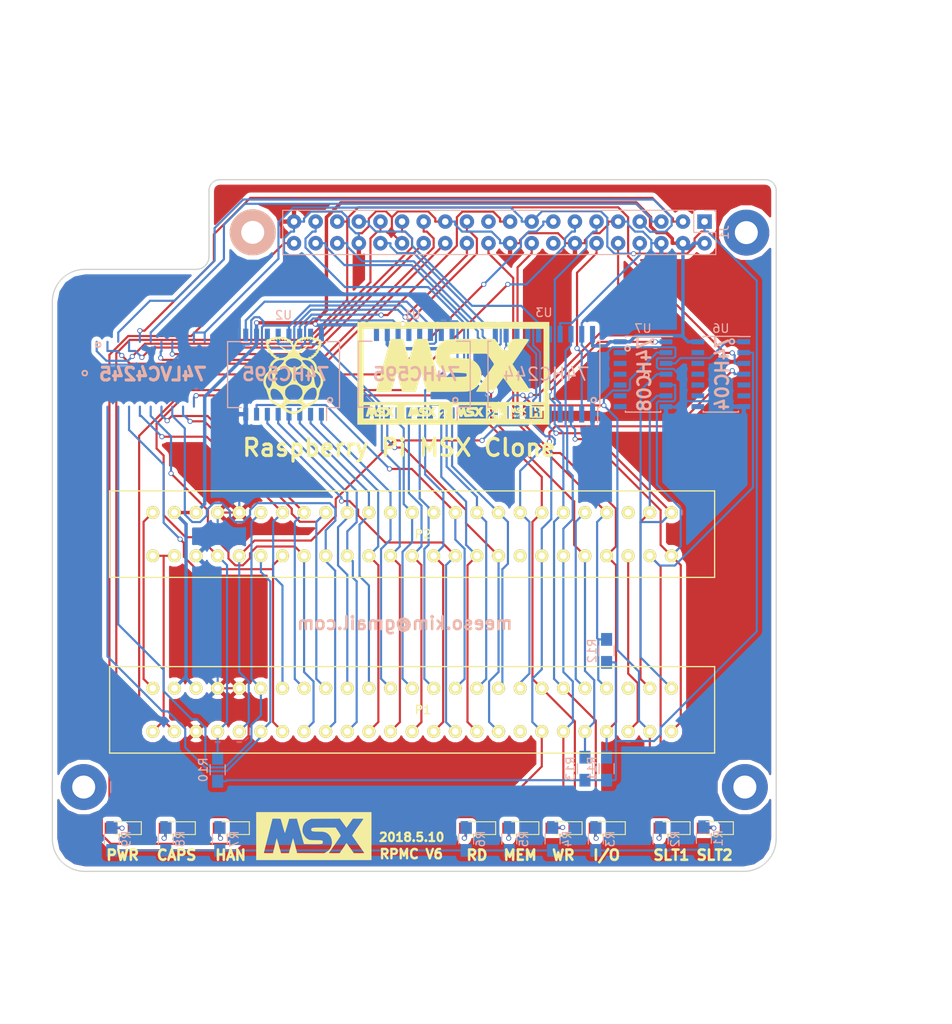
<source format=kicad_pcb>
(kicad_pcb (version 4) (host pcbnew 4.0.7)
  (layers (0 F.Cu signal) (31 B.Cu signal) (34 B.Paste user) (35 F.Paste user) (36 B.SilkS user) (37 F.SilkS user) (38 B.Mask user) (39 F.Mask user) (44 Edge.Cuts user))
  (net 0 "")
  (net 1 GND)
  (net 2 +5V)
  (net 3 /RD3)
  (net 4 /RD4)
  (net 5 /RD6)
  (net 6 /RD7)
  (net 7 /CAPS)
  (net 8 /HAN)
  (net 9 /RD0)
  (net 10 /RD1)
  (net 11 /RD2)
  (net 12 /RD5)
  (net 13 /CS1)
  (net 14 /CS2)
  (net 15 /CS12)
  (net 16 /SLTSL1)
  (net 17 /RFSH)
  (net 18 /INT)
  (net 19 /M1)
  (net 20 /BUSDIR)
  (net 21 /IORQ)
  (net 22 /MREQ)
  (net 23 /WR)
  (net 24 /RD)
  (net 25 /RESET)
  (net 26 /A9)
  (net 27 /A15)
  (net 28 /A11)
  (net 29 /A10)
  (net 30 /A7)
  (net 31 /A6)
  (net 32 /A12)
  (net 33 /A8)
  (net 34 /A14)
  (net 35 /A13)
  (net 36 /A1)
  (net 37 /A0)
  (net 38 /A3)
  (net 39 /A2)
  (net 40 /A5)
  (net 41 /A4)
  (net 42 /D1)
  (net 43 /D0)
  (net 44 /D3)
  (net 45 /D2)
  (net 46 /D5)
  (net 47 /D4)
  (net 48 /D7)
  (net 49 /D6)
  (net 50 /CLK)
  (net 51 /+12V)
  (net 52 /SNDIN)
  (net 53 /SLTSL3)
  (net 54 +3V3)
  (net 55 "Net-(P1-Pad5)")
  (net 56 "Net-(P1-Pad16)")
  (net 57 "Net-(P2-Pad5)")
  (net 58 "Net-(P2-Pad16)")
  (net 59 /RA11)
  (net 60 /RA15)
  (net 61 /RA12)
  (net 62 /RA9)
  (net 63 /RA13)
  (net 64 /RA14)
  (net 65 "Net-(D1-Pad2)")
  (net 66 "Net-(D2-Pad2)")
  (net 67 "Net-(D3-Pad2)")
  (net 68 "Net-(D4-Pad2)")
  (net 69 "Net-(D5-Pad2)")
  (net 70 "Net-(D6-Pad2)")
  (net 71 "Net-(D7-Pad2)")
  (net 72 "Net-(D8-Pad2)")
  (net 73 "Net-(D9-Pad2)")
  (net 74 /RC17)
  (net 75 /RC18)
  (net 76 /RC27)
  (net 77 /RC23)
  (net 78 /RC25)
  (net 79 /RC19)
  (net 80 /RC20)
  (net 81 /RC16)
  (net 82 /V3.3)
  (net 83 /nSLTSL3)
  (net 84 /MOSI)
  (net 85 /CE0)
  (net 86 "Net-(U1-Pad9)")
  (net 87 "Net-(U1-Pad14)")
  (module Mounting_Holes:MountingHole_2.7mm_Pad (layer F.Cu) (at 210.312 122.174)
    (fp_text reference REF4)
    (fp_text value MountingHole_2.7mm_Pad)
    (pad "" thru_hole circle (at 0 0) (size 5.4 5.4) (drill 2.7) (layers *.Cu *.Mask))
  )
  (module Mounting_Holes:MountingHole_2.7mm_Pad (layer F.Cu) (at 132.588 122.174)
    (fp_text reference REF3)
    (fp_text value MountingHole_2.7mm_Pad)
    (pad "" np_thru_hole circle (at 0 0) (size 5.4 5.4) (drill 2.7) (layers *.Cu *.Mask))
  )
  (module Mounting_Holes:MountingHole_2.7mm_Pad (layer F.Cu) (at 152.459 56.9925)
    (fp_text reference REF1)
    (fp_text value MountingHole_2.7mm_Pad)
    (pad "" thru_hole circle (at 0 0) (size 5.4 5.4) (drill 2.7) (layers *.Cu *.SilkS *.Mask))
  )
  (module MSX:MSX_SLOT (layer F.Cu) (at 172.466 113.101)
    (fp_text reference P1 (at 0 0) (layer F.SilkS))
    (fp_text value CONN_02X25)
    (pad 1 thru_hole circle (at 29.21 -2.54) (size 1.524 1.524) (drill 0.77) (layers *.Cu *.Mask F.SilkS) (net 13 /CS1))
    (pad 2 thru_hole circle (at 29.21 2.54) (size 1.524 1.524) (drill 0.77) (layers *.Cu *.Mask F.SilkS) (net 14 /CS2))
    (pad 3 thru_hole circle (at 26.67 -2.54) (size 1.524 1.524) (drill 0.77) (layers *.Cu *.Mask F.SilkS) (net 15 /CS12))
    (pad 4 thru_hole circle (at 26.67 2.54) (size 1.524 1.524) (drill 0.77) (layers *.Cu *.Mask F.SilkS) (net 16 /SLTSL1))
    (pad 5 thru_hole circle (at 24.13 -2.54) (size 1.524 1.524) (drill 0.77) (layers *.Cu *.Mask F.SilkS) (net 55 "Net-(P1-Pad5)"))
    (pad 6 thru_hole circle (at 24.13 2.54) (size 1.524 1.524) (drill 0.77) (layers *.Cu *.Mask F.SilkS) (net 17 /RFSH))
    (pad 7 thru_hole circle (at 21.59 -2.54) (size 1.524 1.524) (drill 0.77) (layers *.Cu *.Mask F.SilkS) (net 78 /RC25))
    (pad 8 thru_hole circle (at 21.59 2.54) (size 1.524 1.524) (drill 0.77) (layers *.Cu *.Mask F.SilkS) (net 18 /INT))
    (pad 9 thru_hole circle (at 19.05 -2.54) (size 1.524 1.524) (drill 0.77) (layers *.Cu *.Mask F.SilkS) (net 19 /M1))
    (pad 10 thru_hole circle (at 19.05 2.54) (size 1.524 1.524) (drill 0.77) (layers *.Cu *.Mask F.SilkS) (net 20 /BUSDIR))
    (pad 11 thru_hole circle (at 16.51 -2.54) (size 1.524 1.524) (drill 0.77) (layers *.Cu *.Mask F.SilkS) (net 21 /IORQ))
    (pad 12 thru_hole circle (at 16.51 2.54) (size 1.524 1.524) (drill 0.77) (layers *.Cu *.Mask F.SilkS) (net 22 /MREQ))
    (pad 13 thru_hole circle (at 13.97 -2.54) (size 1.524 1.524) (drill 0.77) (layers *.Cu *.Mask F.SilkS) (net 23 /WR))
    (pad 14 thru_hole circle (at 13.97 2.54) (size 1.524 1.524) (drill 0.77) (layers *.Cu *.Mask F.SilkS) (net 24 /RD))
    (pad 15 thru_hole circle (at 11.43 -2.54) (size 1.524 1.524) (drill 0.77) (layers *.Cu *.Mask F.SilkS) (net 25 /RESET))
    (pad 16 thru_hole circle (at 11.43 2.54) (size 1.524 1.524) (drill 0.77) (layers *.Cu *.Mask F.SilkS) (net 56 "Net-(P1-Pad16)"))
    (pad 17 thru_hole circle (at 8.89 -2.54) (size 1.524 1.524) (drill 0.77) (layers *.Cu *.Mask F.SilkS) (net 26 /A9))
    (pad 18 thru_hole circle (at 8.89 2.54) (size 1.524 1.524) (drill 0.77) (layers *.Cu *.Mask F.SilkS) (net 27 /A15))
    (pad 19 thru_hole circle (at 6.35 -2.54) (size 1.524 1.524) (drill 0.77) (layers *.Cu *.Mask F.SilkS) (net 28 /A11))
    (pad 20 thru_hole circle (at 6.35 2.54) (size 1.524 1.524) (drill 0.77) (layers *.Cu *.Mask F.SilkS) (net 29 /A10))
    (pad 21 thru_hole circle (at 3.81 -2.54) (size 1.524 1.524) (drill 0.77) (layers *.Cu *.Mask F.SilkS) (net 30 /A7))
    (pad 22 thru_hole circle (at 3.81 2.54) (size 1.524 1.524) (drill 0.77) (layers *.Cu *.Mask F.SilkS) (net 31 /A6))
    (pad 23 thru_hole circle (at 1.27 -2.54) (size 1.524 1.524) (drill 0.77) (layers *.Cu *.Mask F.SilkS) (net 32 /A12))
    (pad 24 thru_hole circle (at 1.27 2.54) (size 1.524 1.524) (drill 0.77) (layers *.Cu *.Mask F.SilkS) (net 33 /A8))
    (pad 25 thru_hole circle (at -1.27 -2.54) (size 1.524 1.524) (drill 0.77) (layers *.Cu *.Mask F.SilkS) (net 34 /A14))
    (pad 26 thru_hole circle (at -1.27 2.54) (size 1.524 1.524) (drill 0.77) (layers *.Cu *.Mask F.SilkS) (net 35 /A13))
    (pad 27 thru_hole circle (at -3.81 -2.54) (size 1.524 1.524) (drill 0.77) (layers *.Cu *.Mask F.SilkS) (net 36 /A1))
    (pad 28 thru_hole circle (at -3.81 2.54) (size 1.524 1.524) (drill 0.77) (layers *.Cu *.Mask F.SilkS) (net 37 /A0))
    (pad 29 thru_hole circle (at -6.35 -2.54) (size 1.524 1.524) (drill 0.77) (layers *.Cu *.Mask F.SilkS) (net 38 /A3))
    (pad 30 thru_hole circle (at -6.35 2.54) (size 1.524 1.524) (drill 0.77) (layers *.Cu *.Mask F.SilkS) (net 39 /A2))
    (pad 31 thru_hole circle (at -8.89 -2.54) (size 1.524 1.524) (drill 0.77) (layers *.Cu *.Mask F.SilkS) (net 40 /A5))
    (pad 32 thru_hole circle (at -8.89 2.54) (size 1.524 1.524) (drill 0.77) (layers *.Cu *.Mask F.SilkS) (net 41 /A4))
    (pad 33 thru_hole circle (at -11.43 -2.54) (size 1.524 1.524) (drill 0.77) (layers *.Cu *.Mask F.SilkS) (net 42 /D1))
    (pad 34 thru_hole circle (at -11.43 2.54) (size 1.524 1.524) (drill 0.77) (layers *.Cu *.Mask F.SilkS) (net 43 /D0))
    (pad 35 thru_hole circle (at -13.97 -2.54) (size 1.524 1.524) (drill 0.77) (layers *.Cu *.Mask F.SilkS) (net 44 /D3))
    (pad 36 thru_hole circle (at -13.97 2.54) (size 1.524 1.524) (drill 0.77) (layers *.Cu *.Mask F.SilkS) (net 45 /D2))
    (pad 37 thru_hole circle (at -16.51 -2.54) (size 1.524 1.524) (drill 0.77) (layers *.Cu *.Mask F.SilkS) (net 46 /D5))
    (pad 38 thru_hole circle (at -16.51 2.54) (size 1.524 1.524) (drill 0.77) (layers *.Cu *.Mask F.SilkS) (net 47 /D4))
    (pad 39 thru_hole circle (at -19.05 -2.54) (size 1.524 1.524) (drill 0.77) (layers *.Cu *.Mask F.SilkS) (net 48 /D7))
    (pad 40 thru_hole circle (at -19.05 2.54) (size 1.524 1.524) (drill 0.77) (layers *.Cu *.Mask F.SilkS) (net 49 /D6))
    (pad 41 thru_hole circle (at -21.59 -2.54) (size 1.524 1.524) (drill 0.77) (layers *.Cu *.Mask F.SilkS) (net 1 GND))
    (pad 42 thru_hole circle (at -21.59 2.54) (size 1.524 1.524) (drill 0.77) (layers *.Cu *.Mask F.SilkS) (net 50 /CLK))
    (pad 43 thru_hole circle (at -24.13 -2.54) (size 1.524 1.524) (drill 0.77) (layers *.Cu *.Mask F.SilkS) (net 1 GND))
    (pad 44 thru_hole circle (at -24.13 2.54) (size 1.524 1.524) (drill 0.77) (layers *.Cu *.Mask F.SilkS) (net 76 /RC27))
    (pad 45 thru_hole circle (at -26.67 -2.54) (size 1.524 1.524) (drill 0.77) (layers *.Cu *.Mask F.SilkS) (net 2 +5V))
    (pad 46 thru_hole circle (at -26.67 2.54) (size 1.524 1.524) (drill 0.77) (layers *.Cu *.Mask F.SilkS) (net 1 GND))
    (pad 47 thru_hole circle (at -29.21 -2.54) (size 1.524 1.524) (drill 0.77) (layers *.Cu *.Mask F.SilkS) (net 2 +5V))
    (pad 48 thru_hole circle (at -29.21 2.54) (size 1.524 1.524) (drill 0.77) (layers *.Cu *.Mask F.SilkS) (net 51 /+12V))
    (pad 49 thru_hole circle (at -31.75 -2.54) (size 1.524 1.524) (drill 0.77) (layers *.Cu *.Mask F.SilkS) (net 52 /SNDIN))
    (pad 50 thru_hole circle (at -31.75 2.54) (size 1.524 1.524) (drill 0.77) (layers *.Cu *.Mask F.SilkS) (net 51 /+12V))
  )
  (module MSX:MSX_SLOT (layer F.Cu) (at 172.466 92.456)
    (fp_text reference P2 (at 0 0) (layer F.SilkS))
    (fp_text value CONN_02X25)
    (pad 1 thru_hole circle (at 29.21 -2.54) (size 1.524 1.524) (drill 0.77) (layers *.Cu *.Mask F.SilkS) (net 13 /CS1))
    (pad 2 thru_hole circle (at 29.21 2.54) (size 1.524 1.524) (drill 0.77) (layers *.Cu *.Mask F.SilkS) (net 14 /CS2))
    (pad 3 thru_hole circle (at 26.67 -2.54) (size 1.524 1.524) (drill 0.77) (layers *.Cu *.Mask F.SilkS) (net 15 /CS12))
    (pad 4 thru_hole circle (at 26.67 2.54) (size 1.524 1.524) (drill 0.77) (layers *.Cu *.Mask F.SilkS) (net 53 /SLTSL3))
    (pad 5 thru_hole circle (at 24.13 -2.54) (size 1.524 1.524) (drill 0.77) (layers *.Cu *.Mask F.SilkS) (net 57 "Net-(P2-Pad5)"))
    (pad 6 thru_hole circle (at 24.13 2.54) (size 1.524 1.524) (drill 0.77) (layers *.Cu *.Mask F.SilkS) (net 17 /RFSH))
    (pad 7 thru_hole circle (at 21.59 -2.54) (size 1.524 1.524) (drill 0.77) (layers *.Cu *.Mask F.SilkS) (net 78 /RC25))
    (pad 8 thru_hole circle (at 21.59 2.54) (size 1.524 1.524) (drill 0.77) (layers *.Cu *.Mask F.SilkS) (net 18 /INT))
    (pad 9 thru_hole circle (at 19.05 -2.54) (size 1.524 1.524) (drill 0.77) (layers *.Cu *.Mask F.SilkS) (net 19 /M1))
    (pad 10 thru_hole circle (at 19.05 2.54) (size 1.524 1.524) (drill 0.77) (layers *.Cu *.Mask F.SilkS) (net 20 /BUSDIR))
    (pad 11 thru_hole circle (at 16.51 -2.54) (size 1.524 1.524) (drill 0.77) (layers *.Cu *.Mask F.SilkS) (net 21 /IORQ))
    (pad 12 thru_hole circle (at 16.51 2.54) (size 1.524 1.524) (drill 0.77) (layers *.Cu *.Mask F.SilkS) (net 22 /MREQ))
    (pad 13 thru_hole circle (at 13.97 -2.54) (size 1.524 1.524) (drill 0.77) (layers *.Cu *.Mask F.SilkS) (net 23 /WR))
    (pad 14 thru_hole circle (at 13.97 2.54) (size 1.524 1.524) (drill 0.77) (layers *.Cu *.Mask F.SilkS) (net 24 /RD))
    (pad 15 thru_hole circle (at 11.43 -2.54) (size 1.524 1.524) (drill 0.77) (layers *.Cu *.Mask F.SilkS) (net 25 /RESET))
    (pad 16 thru_hole circle (at 11.43 2.54) (size 1.524 1.524) (drill 0.77) (layers *.Cu *.Mask F.SilkS) (net 58 "Net-(P2-Pad16)"))
    (pad 17 thru_hole circle (at 8.89 -2.54) (size 1.524 1.524) (drill 0.77) (layers *.Cu *.Mask F.SilkS) (net 26 /A9))
    (pad 18 thru_hole circle (at 8.89 2.54) (size 1.524 1.524) (drill 0.77) (layers *.Cu *.Mask F.SilkS) (net 27 /A15))
    (pad 19 thru_hole circle (at 6.35 -2.54) (size 1.524 1.524) (drill 0.77) (layers *.Cu *.Mask F.SilkS) (net 28 /A11))
    (pad 20 thru_hole circle (at 6.35 2.54) (size 1.524 1.524) (drill 0.77) (layers *.Cu *.Mask F.SilkS) (net 29 /A10))
    (pad 21 thru_hole circle (at 3.81 -2.54) (size 1.524 1.524) (drill 0.77) (layers *.Cu *.Mask F.SilkS) (net 30 /A7))
    (pad 22 thru_hole circle (at 3.81 2.54) (size 1.524 1.524) (drill 0.77) (layers *.Cu *.Mask F.SilkS) (net 31 /A6))
    (pad 23 thru_hole circle (at 1.27 -2.54) (size 1.524 1.524) (drill 0.77) (layers *.Cu *.Mask F.SilkS) (net 32 /A12))
    (pad 24 thru_hole circle (at 1.27 2.54) (size 1.524 1.524) (drill 0.77) (layers *.Cu *.Mask F.SilkS) (net 33 /A8))
    (pad 25 thru_hole circle (at -1.27 -2.54) (size 1.524 1.524) (drill 0.77) (layers *.Cu *.Mask F.SilkS) (net 34 /A14))
    (pad 26 thru_hole circle (at -1.27 2.54) (size 1.524 1.524) (drill 0.77) (layers *.Cu *.Mask F.SilkS) (net 35 /A13))
    (pad 27 thru_hole circle (at -3.81 -2.54) (size 1.524 1.524) (drill 0.77) (layers *.Cu *.Mask F.SilkS) (net 36 /A1))
    (pad 28 thru_hole circle (at -3.81 2.54) (size 1.524 1.524) (drill 0.77) (layers *.Cu *.Mask F.SilkS) (net 37 /A0))
    (pad 29 thru_hole circle (at -6.35 -2.54) (size 1.524 1.524) (drill 0.77) (layers *.Cu *.Mask F.SilkS) (net 38 /A3))
    (pad 30 thru_hole circle (at -6.35 2.54) (size 1.524 1.524) (drill 0.77) (layers *.Cu *.Mask F.SilkS) (net 39 /A2))
    (pad 31 thru_hole circle (at -8.89 -2.54) (size 1.524 1.524) (drill 0.77) (layers *.Cu *.Mask F.SilkS) (net 40 /A5))
    (pad 32 thru_hole circle (at -8.89 2.54) (size 1.524 1.524) (drill 0.77) (layers *.Cu *.Mask F.SilkS) (net 41 /A4))
    (pad 33 thru_hole circle (at -11.43 -2.54) (size 1.524 1.524) (drill 0.77) (layers *.Cu *.Mask F.SilkS) (net 42 /D1))
    (pad 34 thru_hole circle (at -11.43 2.54) (size 1.524 1.524) (drill 0.77) (layers *.Cu *.Mask F.SilkS) (net 43 /D0))
    (pad 35 thru_hole circle (at -13.97 -2.54) (size 1.524 1.524) (drill 0.77) (layers *.Cu *.Mask F.SilkS) (net 44 /D3))
    (pad 36 thru_hole circle (at -13.97 2.54) (size 1.524 1.524) (drill 0.77) (layers *.Cu *.Mask F.SilkS) (net 45 /D2))
    (pad 37 thru_hole circle (at -16.51 -2.54) (size 1.524 1.524) (drill 0.77) (layers *.Cu *.Mask F.SilkS) (net 46 /D5))
    (pad 38 thru_hole circle (at -16.51 2.54) (size 1.524 1.524) (drill 0.77) (layers *.Cu *.Mask F.SilkS) (net 47 /D4))
    (pad 39 thru_hole circle (at -19.05 -2.54) (size 1.524 1.524) (drill 0.77) (layers *.Cu *.Mask F.SilkS) (net 48 /D7))
    (pad 40 thru_hole circle (at -19.05 2.54) (size 1.524 1.524) (drill 0.77) (layers *.Cu *.Mask F.SilkS) (net 49 /D6))
    (pad 41 thru_hole circle (at -21.59 -2.54) (size 1.524 1.524) (drill 0.77) (layers *.Cu *.Mask F.SilkS) (net 1 GND))
    (pad 42 thru_hole circle (at -21.59 2.54) (size 1.524 1.524) (drill 0.77) (layers *.Cu *.Mask F.SilkS) (net 50 /CLK))
    (pad 43 thru_hole circle (at -24.13 -2.54) (size 1.524 1.524) (drill 0.77) (layers *.Cu *.Mask F.SilkS) (net 1 GND))
    (pad 44 thru_hole circle (at -24.13 2.54) (size 1.524 1.524) (drill 0.77) (layers *.Cu *.Mask F.SilkS) (net 76 /RC27))
    (pad 45 thru_hole circle (at -26.67 -2.54) (size 1.524 1.524) (drill 0.77) (layers *.Cu *.Mask F.SilkS) (net 2 +5V))
    (pad 46 thru_hole circle (at -26.67 2.54) (size 1.524 1.524) (drill 0.77) (layers *.Cu *.Mask F.SilkS) (net 1 GND))
    (pad 47 thru_hole circle (at -29.21 -2.54) (size 1.524 1.524) (drill 0.77) (layers *.Cu *.Mask F.SilkS) (net 2 +5V))
    (pad 48 thru_hole circle (at -29.21 2.54) (size 1.524 1.524) (drill 0.77) (layers *.Cu *.Mask F.SilkS) (net 51 /+12V))
    (pad 49 thru_hole circle (at -31.75 -2.54) (size 1.524 1.524) (drill 0.77) (layers *.Cu *.Mask F.SilkS) (net 52 /SNDIN))
    (pad 50 thru_hole circle (at -31.75 2.54) (size 1.524 1.524) (drill 0.77) (layers *.Cu *.Mask F.SilkS) (net 51 /+12V))
  )
  (module LEDs:LED_0805_HandSoldering (layer F.Cu) (at 206.756 127 180)
    (fp_text reference D1 hide)
    (fp_text value Led_Small)
    (pad 1 smd rect (at -1.35 0 180) (size 1.5 1.3) (layers F.Cu F.Paste F.Mask) (net 53 /SLTSL3))
    (pad 2 smd rect (at 1.35 0 180) (size 1.5 1.3) (layers F.Cu F.Paste F.Mask) (net 65 "Net-(D1-Pad2)"))
  )
  (module LEDs:LED_0805_HandSoldering (layer F.Cu) (at 201.676 127 180)
    (fp_text reference D2 hide)
    (fp_text value Led_Small)
    (pad 1 smd rect (at -1.35 0 180) (size 1.5 1.3) (layers F.Cu F.Paste F.Mask) (net 16 /SLTSL1))
    (pad 2 smd rect (at 1.35 0 180) (size 1.5 1.3) (layers F.Cu F.Paste F.Mask) (net 66 "Net-(D2-Pad2)"))
  )
  (module LEDs:LED_0805_HandSoldering (layer F.Cu) (at 194.056 127 180)
    (fp_text reference D3 hide)
    (fp_text value Led_Small)
    (pad 1 smd rect (at -1.35 0 180) (size 1.5 1.3) (layers F.Cu F.Paste F.Mask) (net 21 /IORQ))
    (pad 2 smd rect (at 1.35 0 180) (size 1.5 1.3) (layers F.Cu F.Paste F.Mask) (net 67 "Net-(D3-Pad2)"))
  )
  (module LEDs:LED_0805_HandSoldering (layer F.Cu) (at 188.976 127 180)
    (fp_text reference D4 hide)
    (fp_text value Led_Small)
    (pad 1 smd rect (at -1.35 0 180) (size 1.5 1.3) (layers F.Cu F.Paste F.Mask) (net 23 /WR))
    (pad 2 smd rect (at 1.35 0 180) (size 1.5 1.3) (layers F.Cu F.Paste F.Mask) (net 68 "Net-(D4-Pad2)"))
  )
  (module LEDs:LED_0805_HandSoldering (layer F.Cu) (at 183.896 127 180)
    (fp_text reference D5 hide)
    (fp_text value Led_Small)
    (pad 1 smd rect (at -1.35 0 180) (size 1.5 1.3) (layers F.Cu F.Paste F.Mask) (net 22 /MREQ))
    (pad 2 smd rect (at 1.35 0 180) (size 1.5 1.3) (layers F.Cu F.Paste F.Mask) (net 69 "Net-(D5-Pad2)"))
  )
  (module LEDs:LED_0805_HandSoldering (layer F.Cu) (at 178.816 127 180)
    (fp_text reference D6 hide)
    (fp_text value Led_Small)
    (pad 1 smd rect (at -1.35 0 180) (size 1.5 1.3) (layers F.Cu F.Paste F.Mask) (net 24 /RD))
    (pad 2 smd rect (at 1.35 0 180) (size 1.5 1.3) (layers F.Cu F.Paste F.Mask) (net 70 "Net-(D6-Pad2)"))
  )
  (module LEDs:LED_0805_HandSoldering (layer F.Cu) (at 149.86 127 180)
    (fp_text reference D7 hide)
    (fp_text value Led_Small)
    (pad 1 smd rect (at -1.35 0 180) (size 1.5 1.3) (layers F.Cu F.Paste F.Mask) (net 8 /HAN))
    (pad 2 smd rect (at 1.35 0 180) (size 1.5 1.3) (layers F.Cu F.Paste F.Mask) (net 71 "Net-(D7-Pad2)"))
  )
  (module LEDs:LED_0805_HandSoldering (layer F.Cu) (at 143.51 127 180)
    (fp_text reference D8 hide)
    (fp_text value Led_Small)
    (pad 1 smd rect (at -1.35 0 180) (size 1.5 1.3) (layers F.Cu F.Paste F.Mask) (net 7 /CAPS))
    (pad 2 smd rect (at 1.35 0 180) (size 1.5 1.3) (layers F.Cu F.Paste F.Mask) (net 72 "Net-(D8-Pad2)"))
  )
  (module LEDs:LED_0805_HandSoldering (layer F.Cu) (at 137.16 127 180)
    (fp_text reference D9 hide)
    (fp_text value Led_Small)
    (pad 1 smd rect (at -1.35 0 180) (size 1.5 1.3) (layers F.Cu F.Paste F.Mask) (net 79 /RC19))
    (pad 2 smd rect (at 1.35 0 180) (size 1.5 1.3) (layers F.Cu F.Paste F.Mask) (net 73 "Net-(D9-Pad2)"))
  )
  (module Resistors_SMD:R_0805_HandSoldering (layer B.Cu) (at 205.486 128.19 90)
    (fp_text reference R1 (at 0 1.7 90) (layer B.SilkS) (effects (justify mirror)))
    (fp_text value R)
    (pad 1 smd rect (at -1.35 0 90) (size 1.5 1.3) (layers B.Cu B.Paste B.Mask) (net 82 /V3.3))
    (pad 2 smd rect (at 1.35 0 90) (size 1.5 1.3) (layers B.Cu B.Paste B.Mask) (net 65 "Net-(D1-Pad2)"))
  )
  (module Resistors_SMD:R_0805_HandSoldering (layer B.Cu) (at 200.406 128.27 90)
    (fp_text reference R2 (at 0 1.7 90) (layer B.SilkS) (effects (justify mirror)))
    (fp_text value R)
    (pad 1 smd rect (at -1.35 0 90) (size 1.5 1.3) (layers B.Cu B.Paste B.Mask) (net 82 /V3.3))
    (pad 2 smd rect (at 1.35 0 90) (size 1.5 1.3) (layers B.Cu B.Paste B.Mask) (net 66 "Net-(D2-Pad2)"))
  )
  (module Resistors_SMD:R_0805_HandSoldering (layer B.Cu) (at 192.786 128.27 90)
    (fp_text reference R3 (at 0 1.7 90) (layer B.SilkS) (effects (justify mirror)))
    (fp_text value R)
    (pad 1 smd rect (at -1.35 0 90) (size 1.5 1.3) (layers B.Cu B.Paste B.Mask) (net 82 /V3.3))
    (pad 2 smd rect (at 1.35 0 90) (size 1.5 1.3) (layers B.Cu B.Paste B.Mask) (net 67 "Net-(D3-Pad2)"))
  )
  (module Resistors_SMD:R_0805_HandSoldering (layer B.Cu) (at 187.706 128.27 90)
    (fp_text reference R4 (at 0 1.7 90) (layer B.SilkS) (effects (justify mirror)))
    (fp_text value R)
    (pad 1 smd rect (at -1.35 0 90) (size 1.5 1.3) (layers B.Cu B.Paste B.Mask) (net 82 /V3.3))
    (pad 2 smd rect (at 1.35 0 90) (size 1.5 1.3) (layers B.Cu B.Paste B.Mask) (net 68 "Net-(D4-Pad2)"))
  )
  (module Resistors_SMD:R_0805_HandSoldering (layer B.Cu) (at 182.626 128.27 90)
    (fp_text reference R5 (at 0 1.7 90) (layer B.SilkS) (effects (justify mirror)))
    (fp_text value R)
    (pad 1 smd rect (at -1.35 0 90) (size 1.5 1.3) (layers B.Cu B.Paste B.Mask) (net 82 /V3.3))
    (pad 2 smd rect (at 1.35 0 90) (size 1.5 1.3) (layers B.Cu B.Paste B.Mask) (net 69 "Net-(D5-Pad2)"))
  )
  (module Resistors_SMD:R_0805_HandSoldering (layer B.Cu) (at 177.546 128.27 90)
    (fp_text reference R6 (at 0 1.7 90) (layer B.SilkS) (effects (justify mirror)))
    (fp_text value R)
    (pad 1 smd rect (at -1.35 0 90) (size 1.5 1.3) (layers B.Cu B.Paste B.Mask) (net 82 /V3.3))
    (pad 2 smd rect (at 1.35 0 90) (size 1.5 1.3) (layers B.Cu B.Paste B.Mask) (net 70 "Net-(D6-Pad2)"))
  )
  (module Resistors_SMD:R_0805_HandSoldering (layer B.Cu) (at 148.59 128.27 90)
    (fp_text reference R7 (at 0 1.7 90) (layer B.SilkS) (effects (justify mirror)))
    (fp_text value R)
    (pad 1 smd rect (at -1.35 0 90) (size 1.5 1.3) (layers B.Cu B.Paste B.Mask) (net 82 /V3.3))
    (pad 2 smd rect (at 1.35 0 90) (size 1.5 1.3) (layers B.Cu B.Paste B.Mask) (net 71 "Net-(D7-Pad2)"))
  )
  (module Resistors_SMD:R_0805_HandSoldering (layer B.Cu) (at 142.24 128.27 90)
    (fp_text reference R8 (at 0 1.7 90) (layer B.SilkS) (effects (justify mirror)))
    (fp_text value R)
    (pad 1 smd rect (at -1.35 0 90) (size 1.5 1.3) (layers B.Cu B.Paste B.Mask) (net 82 /V3.3))
    (pad 2 smd rect (at 1.35 0 90) (size 1.5 1.3) (layers B.Cu B.Paste B.Mask) (net 72 "Net-(D8-Pad2)"))
  )
  (module Resistors_SMD:R_0805_HandSoldering (layer B.Cu) (at 135.89 128.27 90)
    (fp_text reference R9 (at 0 1.7 90) (layer B.SilkS) (effects (justify mirror)))
    (fp_text value R)
    (pad 1 smd rect (at -1.35 0 90) (size 1.5 1.3) (layers B.Cu B.Paste B.Mask) (net 82 /V3.3))
    (pad 2 smd rect (at 1.35 0 90) (size 1.5 1.3) (layers B.Cu B.Paste B.Mask) (net 73 "Net-(D9-Pad2)"))
  )
  (module MSX:LOGO (layer F.Cu) (at 159.639 127.9144)
    (fp_text reference G*** hide)
    (fp_text value LOGO hide)
  )
  (module Mounting_Holes:MountingHole_2.7mm_Pad (layer F.Cu) (at 210.483 57.023)
    (fp_text reference REF2)
    (fp_text value MountingHole_2.7mm_Pad)
    (pad "" thru_hole circle (at 0 0) (size 5.4 5.4) (drill 2.7) (layers *.Cu *.Mask))
  )
  (module 8BIT:raspberry_pi_logo (layer F.Cu) (at 157.226 73.787)
    (fp_text reference G1 hide)
    (fp_text value LOGO hide)
  )
  (module 8BIT:msx_msx2_msx+logo (layer F.Cu) (at 176.022 73.533)
    (fp_text reference G2 hide)
    (fp_text value LOGO hide)
  )
  (module Socket_Strips:Socket_Strip_Straight_2x20_Pitch2.54mm (layer B.Cu) (at 205.572 55.7276 90)
    (fp_text reference J1 (at -1.27 2.33 90) (layer B.SilkS) (effects (justify mirror)))
    (fp_text value RPi_GPIO)
    (pad 1 thru_hole rect (at 0 0 90) (size 1.7 1.7) (drill 0.77) (layers *.Cu *.Mask) (net 54 +3V3))
    (pad 2 thru_hole oval (at -2.54 0 90) (size 1.7 1.7) (drill 0.77) (layers *.Cu *.Mask) (net 2 +5V))
    (pad 3 thru_hole oval (at 0 -2.54 90) (size 1.7 1.7) (drill 0.77) (layers *.Cu *.Mask) (net 11 /RD2))
    (pad 4 thru_hole oval (at -2.54 -2.54 90) (size 1.7 1.7) (drill 0.77) (layers *.Cu *.Mask) (net 2 +5V))
    (pad 5 thru_hole oval (at 0 -5.08 90) (size 1.7 1.7) (drill 0.77) (layers *.Cu *.Mask) (net 3 /RD3))
    (pad 6 thru_hole oval (at -2.54 -5.08 90) (size 1.7 1.7) (drill 0.77) (layers *.Cu *.Mask) (net 1 GND))
    (pad 7 thru_hole oval (at 0 -7.62 90) (size 1.7 1.7) (drill 0.77) (layers *.Cu *.Mask) (net 4 /RD4))
    (pad 8 thru_hole oval (at -2.54 -7.62 90) (size 1.7 1.7) (drill 0.77) (layers *.Cu *.Mask) (net 64 /RA14))
    (pad 9 thru_hole oval (at 0 -10.16 90) (size 1.7 1.7) (drill 0.77) (layers *.Cu *.Mask) (net 1 GND))
    (pad 10 thru_hole oval (at -2.54 -10.16 90) (size 1.7 1.7) (drill 0.77) (layers *.Cu *.Mask) (net 60 /RA15))
    (pad 11 thru_hole oval (at 0 -12.7 90) (size 1.7 1.7) (drill 0.77) (layers *.Cu *.Mask) (net 74 /RC17))
    (pad 12 thru_hole oval (at -2.54 -12.7 90) (size 1.7 1.7) (drill 0.77) (layers *.Cu *.Mask) (net 75 /RC18))
    (pad 13 thru_hole oval (at 0 -15.24 90) (size 1.7 1.7) (drill 0.77) (layers *.Cu *.Mask) (net 76 /RC27))
    (pad 14 thru_hole oval (at -2.54 -15.24 90) (size 1.7 1.7) (drill 0.77) (layers *.Cu *.Mask) (net 1 GND))
    (pad 15 thru_hole oval (at 0 -17.78 90) (size 1.7 1.7) (drill 0.77) (layers *.Cu *.Mask) (net 7 /CAPS))
    (pad 16 thru_hole oval (at -2.54 -17.78 90) (size 1.7 1.7) (drill 0.77) (layers *.Cu *.Mask) (net 77 /RC23))
    (pad 17 thru_hole oval (at 0 -20.32 90) (size 1.7 1.7) (drill 0.77) (layers *.Cu *.Mask) (net 54 +3V3))
    (pad 18 thru_hole oval (at -2.54 -20.32 90) (size 1.7 1.7) (drill 0.77) (layers *.Cu *.Mask) (net 18 /INT))
    (pad 19 thru_hole oval (at 0 -22.86 90) (size 1.7 1.7) (drill 0.77) (layers *.Cu *.Mask) (net 84 /MOSI))
    (pad 20 thru_hole oval (at -2.54 -22.86 90) (size 1.7 1.7) (drill 0.77) (layers *.Cu *.Mask) (net 1 GND))
    (pad 21 thru_hole oval (at 0 -25.4 90) (size 1.7 1.7) (drill 0.77) (layers *.Cu *.Mask) (net 62 /RA9))
    (pad 22 thru_hole oval (at -2.54 -25.4 90) (size 1.7 1.7) (drill 0.77) (layers *.Cu *.Mask) (net 78 /RC25))
    (pad 23 thru_hole oval (at 0 -27.94 90) (size 1.7 1.7) (drill 0.77) (layers *.Cu *.Mask) (net 59 /RA11))
    (pad 24 thru_hole oval (at -2.54 -27.94 90) (size 1.7 1.7) (drill 0.77) (layers *.Cu *.Mask) (net 85 /CE0))
    (pad 25 thru_hole oval (at 0 -30.48 90) (size 1.7 1.7) (drill 0.77) (layers *.Cu *.Mask) (net 1 GND))
    (pad 26 thru_hole oval (at -2.54 -30.48 90) (size 1.7 1.7) (drill 0.77) (layers *.Cu *.Mask) (net 6 /RD7))
    (pad 27 thru_hole oval (at 0 -33.02 90) (size 1.7 1.7) (drill 0.77) (layers *.Cu *.Mask) (net 9 /RD0))
    (pad 28 thru_hole oval (at -2.54 -33.02 90) (size 1.7 1.7) (drill 0.77) (layers *.Cu *.Mask) (net 10 /RD1))
    (pad 29 thru_hole oval (at 0 -35.56 90) (size 1.7 1.7) (drill 0.77) (layers *.Cu *.Mask) (net 12 /RD5))
    (pad 30 thru_hole oval (at -2.54 -35.56 90) (size 1.7 1.7) (drill 0.77) (layers *.Cu *.Mask) (net 1 GND))
    (pad 31 thru_hole oval (at 0 -38.1 90) (size 1.7 1.7) (drill 0.77) (layers *.Cu *.Mask) (net 5 /RD6))
    (pad 32 thru_hole oval (at -2.54 -38.1 90) (size 1.7 1.7) (drill 0.77) (layers *.Cu *.Mask) (net 61 /RA12))
    (pad 33 thru_hole oval (at 0 -40.64 90) (size 1.7 1.7) (drill 0.77) (layers *.Cu *.Mask) (net 63 /RA13))
    (pad 34 thru_hole oval (at -2.54 -40.64 90) (size 1.7 1.7) (drill 0.77) (layers *.Cu *.Mask) (net 1 GND))
    (pad 35 thru_hole oval (at 0 -43.18 90) (size 1.7 1.7) (drill 0.77) (layers *.Cu *.Mask) (net 79 /RC19))
    (pad 36 thru_hole oval (at -2.54 -43.18 90) (size 1.7 1.7) (drill 0.77) (layers *.Cu *.Mask) (net 81 /RC16))
    (pad 37 thru_hole oval (at 0 -45.72 90) (size 1.7 1.7) (drill 0.77) (layers *.Cu *.Mask) (net 20 /BUSDIR))
    (pad 38 thru_hole oval (at -2.54 -45.72 90) (size 1.7 1.7) (drill 0.77) (layers *.Cu *.Mask) (net 80 /RC20))
    (pad 39 thru_hole oval (at 0 -48.26 90) (size 1.7 1.7) (drill 0.77) (layers *.Cu *.Mask) (net 1 GND))
    (pad 40 thru_hole oval (at -2.54 -48.26 90) (size 1.7 1.7) (drill 0.77) (layers *.Cu *.Mask) (net 8 /HAN))
  )
  (module Resistors_SMD:R_0805_HandSoldering (layer B.Cu) (at 148.336 120.142 270)
    (fp_text reference R10 (at 0 1.7 270) (layer B.SilkS) (effects (justify mirror)))
    (fp_text value R)
    (pad 1 smd rect (at -1.35 0 270) (size 1.5 1.3) (layers B.Cu B.Paste B.Mask) (net 76 /RC27))
    (pad 2 smd rect (at 1.35 0 270) (size 1.5 1.3) (layers B.Cu B.Paste B.Mask) (net 54 +3V3))
  )
  (module Resistors_SMD:R_0805_HandSoldering (layer B.Cu) (at 194.056 120.015 270)
    (fp_text reference R11 (at 0 1.7 270) (layer B.SilkS) (effects (justify mirror)))
    (fp_text value R)
    (pad 1 smd rect (at -1.35 0 270) (size 1.5 1.3) (layers B.Cu B.Paste B.Mask) (net 18 /INT))
    (pad 2 smd rect (at 1.35 0 270) (size 1.5 1.3) (layers B.Cu B.Paste B.Mask) (net 54 +3V3))
  )
  (module Resistors_SMD:R_0805_HandSoldering (layer B.Cu) (at 194.056 106.172 270)
    (fp_text reference R12 (at 0 1.7 270) (layer B.SilkS) (effects (justify mirror)))
    (fp_text value R)
    (pad 1 smd rect (at -1.35 0 270) (size 1.5 1.3) (layers B.Cu B.Paste B.Mask) (net 78 /RC25))
    (pad 2 smd rect (at 1.35 0 270) (size 1.5 1.3) (layers B.Cu B.Paste B.Mask) (net 54 +3V3))
  )
  (module Resistors_SMD:R_0805_HandSoldering (layer B.Cu) (at 191.516 120.015 270)
    (fp_text reference R13 (at 0 1.7 270) (layer B.SilkS) (effects (justify mirror)))
    (fp_text value R)
    (pad 1 smd rect (at -1.35 0 270) (size 1.5 1.3) (layers B.Cu B.Paste B.Mask) (net 20 /BUSDIR))
    (pad 2 smd rect (at 1.35 0 270) (size 1.5 1.3) (layers B.Cu B.Paste B.Mask) (net 54 +3V3))
  )
  (module Housings_SOIC:SOIC-14_3.9x8.7mm_Pitch1.27mm (layer B.Cu) (at 207.485 73.66 180)
    (fp_text reference U6 (at 0 5.375 180) (layer B.SilkS) (effects (justify mirror)))
    (fp_text value 74HC04)
    (pad 1 smd rect (at -2.7 3.81 180) (size 1.5 0.6) (layers B.Cu B.Paste B.Mask) (net 83 /nSLTSL3))
    (pad 2 smd rect (at -2.7 2.54 180) (size 1.5 0.6) (layers B.Cu B.Paste B.Mask) (net 53 /SLTSL3))
    (pad 3 smd rect (at -2.7 1.27 180) (size 1.5 0.6) (layers B.Cu B.Paste B.Mask) (net 79 /RC19))
    (pad 4 smd rect (at -2.7 0 180) (size 1.5 0.6) (layers B.Cu B.Paste B.Mask) (net 25 /RESET))
    (pad 5 smd rect (at -2.7 -1.27 180) (size 1.5 0.6) (layers B.Cu B.Paste B.Mask))
    (pad 6 smd rect (at -2.7 -2.54 180) (size 1.5 0.6) (layers B.Cu B.Paste B.Mask))
    (pad 7 smd rect (at -2.7 -3.81 180) (size 1.5 0.6) (layers B.Cu B.Paste B.Mask) (net 1 GND))
    (pad 8 smd rect (at 2.7 -3.81 180) (size 1.5 0.6) (layers B.Cu B.Paste B.Mask))
    (pad 9 smd rect (at 2.7 -2.54 180) (size 1.5 0.6) (layers B.Cu B.Paste B.Mask))
    (pad 10 smd rect (at 2.7 -1.27 180) (size 1.5 0.6) (layers B.Cu B.Paste B.Mask))
    (pad 11 smd rect (at 2.7 0 180) (size 1.5 0.6) (layers B.Cu B.Paste B.Mask))
    (pad 12 smd rect (at 2.7 1.27 180) (size 1.5 0.6) (layers B.Cu B.Paste B.Mask))
    (pad 13 smd rect (at 2.7 2.54 180) (size 1.5 0.6) (layers B.Cu B.Paste B.Mask))
    (pad 14 smd rect (at 2.7 3.81 180) (size 1.5 0.6) (layers B.Cu B.Paste B.Mask) (net 2 +5V))
  )
  (module Housings_SOIC:SOIC-14_3.9x8.7mm_Pitch1.27mm (layer B.Cu) (at 198.341 73.66 180)
    (fp_text reference U7 (at 0 5.375 180) (layer B.SilkS) (effects (justify mirror)))
    (fp_text value 74LS08)
    (pad 1 smd rect (at -2.7 3.81 180) (size 1.5 0.6) (layers B.Cu B.Paste B.Mask) (net 21 /IORQ))
    (pad 2 smd rect (at -2.7 2.54 180) (size 1.5 0.6) (layers B.Cu B.Paste B.Mask) (net 16 /SLTSL1))
    (pad 3 smd rect (at -2.7 1.27 180) (size 1.5 0.6) (layers B.Cu B.Paste B.Mask) (net 83 /nSLTSL3))
    (pad 4 smd rect (at -2.7 0 180) (size 1.5 0.6) (layers B.Cu B.Paste B.Mask) (net 13 /CS1))
    (pad 5 smd rect (at -2.7 -1.27 180) (size 1.5 0.6) (layers B.Cu B.Paste B.Mask) (net 14 /CS2))
    (pad 6 smd rect (at -2.7 -2.54 180) (size 1.5 0.6) (layers B.Cu B.Paste B.Mask) (net 15 /CS12))
    (pad 7 smd rect (at -2.7 -3.81 180) (size 1.5 0.6) (layers B.Cu B.Paste B.Mask) (net 1 GND))
    (pad 8 smd rect (at 2.7 -3.81 180) (size 1.5 0.6) (layers B.Cu B.Paste B.Mask))
    (pad 9 smd rect (at 2.7 -2.54 180) (size 1.5 0.6) (layers B.Cu B.Paste B.Mask))
    (pad 10 smd rect (at 2.7 -1.27 180) (size 1.5 0.6) (layers B.Cu B.Paste B.Mask))
    (pad 11 smd rect (at 2.7 0 180) (size 1.5 0.6) (layers B.Cu B.Paste B.Mask))
    (pad 12 smd rect (at 2.7 1.27 180) (size 1.5 0.6) (layers B.Cu B.Paste B.Mask))
    (pad 13 smd rect (at 2.7 2.54 180) (size 1.5 0.6) (layers B.Cu B.Paste B.Mask))
    (pad 14 smd rect (at 2.7 3.81 180) (size 1.5 0.6) (layers B.Cu B.Paste B.Mask) (net 2 +5V))
  )
  (module Housings_SOIC:SOIC-16W_7.5x12.8mm_Pitch1.27mm (layer B.Cu) (at 171.45 73.66 90)
    (fp_text reference U1 (at 6.985 -0.254 180) (layer B.SilkS) (effects (justify mirror)))
    (fp_text value 74HC595)
    (pad 1 smd rect (at -4.65 4.445 90) (size 1.5 0.6) (layers B.Cu B.Paste B.Mask) (net 26 /A9))
    (pad 2 smd rect (at -4.65 3.175 90) (size 1.5 0.6) (layers B.Cu B.Paste B.Mask) (net 29 /A10))
    (pad 3 smd rect (at -4.65 1.905 90) (size 1.5 0.6) (layers B.Cu B.Paste B.Mask) (net 28 /A11))
    (pad 4 smd rect (at -4.65 0.635 90) (size 1.5 0.6) (layers B.Cu B.Paste B.Mask) (net 32 /A12))
    (pad 5 smd rect (at -4.65 -0.635 90) (size 1.5 0.6) (layers B.Cu B.Paste B.Mask) (net 35 /A13))
    (pad 6 smd rect (at -4.65 -1.905 90) (size 1.5 0.6) (layers B.Cu B.Paste B.Mask) (net 34 /A14))
    (pad 7 smd rect (at -4.65 -3.175 90) (size 1.5 0.6) (layers B.Cu B.Paste B.Mask) (net 27 /A15))
    (pad 8 smd rect (at -4.65 -4.445 90) (size 1.5 0.6) (layers B.Cu B.Paste B.Mask) (net 1 GND))
    (pad 9 smd rect (at 4.65 -4.445 90) (size 1.5 0.6) (layers B.Cu B.Paste B.Mask) (net 86 "Net-(U1-Pad9)"))
    (pad 10 smd rect (at 4.65 -3.175 90) (size 1.5 0.6) (layers B.Cu B.Paste B.Mask) (net 2 +5V))
    (pad 11 smd rect (at 4.65 -1.905 90) (size 1.5 0.6) (layers B.Cu B.Paste B.Mask) (net 59 /RA11))
    (pad 12 smd rect (at 4.65 -0.635 90) (size 1.5 0.6) (layers B.Cu B.Paste B.Mask) (net 85 /CE0))
    (pad 13 smd rect (at 4.65 0.635 90) (size 1.5 0.6) (layers B.Cu B.Paste B.Mask) (net 1 GND))
    (pad 14 smd rect (at 4.65 1.905 90) (size 1.5 0.6) (layers B.Cu B.Paste B.Mask) (net 87 "Net-(U1-Pad14)"))
    (pad 15 smd rect (at 4.65 3.175 90) (size 1.5 0.6) (layers B.Cu B.Paste B.Mask) (net 33 /A8))
    (pad 16 smd rect (at 4.65 4.445 90) (size 1.5 0.6) (layers B.Cu B.Paste B.Mask) (net 2 +5V))
  )
  (module Housings_SOIC:SOIC-16W_7.5x12.8mm_Pitch1.27mm (layer B.Cu) (at 156.083 73.709 90)
    (fp_text reference U2 (at 6.985 0 360) (layer B.SilkS) (effects (justify mirror)))
    (fp_text value 74HC595)
    (pad 1 smd rect (at -4.65 4.445 90) (size 1.5 0.6) (layers B.Cu B.Paste B.Mask) (net 36 /A1))
    (pad 2 smd rect (at -4.65 3.175 90) (size 1.5 0.6) (layers B.Cu B.Paste B.Mask) (net 39 /A2))
    (pad 3 smd rect (at -4.65 1.905 90) (size 1.5 0.6) (layers B.Cu B.Paste B.Mask) (net 38 /A3))
    (pad 4 smd rect (at -4.65 0.635 90) (size 1.5 0.6) (layers B.Cu B.Paste B.Mask) (net 41 /A4))
    (pad 5 smd rect (at -4.65 -0.635 90) (size 1.5 0.6) (layers B.Cu B.Paste B.Mask) (net 40 /A5))
    (pad 6 smd rect (at -4.65 -1.905 90) (size 1.5 0.6) (layers B.Cu B.Paste B.Mask) (net 31 /A6))
    (pad 7 smd rect (at -4.65 -3.175 90) (size 1.5 0.6) (layers B.Cu B.Paste B.Mask) (net 30 /A7))
    (pad 8 smd rect (at -4.65 -4.445 90) (size 1.5 0.6) (layers B.Cu B.Paste B.Mask) (net 1 GND))
    (pad 9 smd rect (at 4.65 -4.445 90) (size 1.5 0.6) (layers B.Cu B.Paste B.Mask) (net 87 "Net-(U1-Pad14)"))
    (pad 10 smd rect (at 4.65 -3.175 90) (size 1.5 0.6) (layers B.Cu B.Paste B.Mask) (net 2 +5V))
    (pad 11 smd rect (at 4.65 -1.905 90) (size 1.5 0.6) (layers B.Cu B.Paste B.Mask) (net 59 /RA11))
    (pad 12 smd rect (at 4.65 -0.635 90) (size 1.5 0.6) (layers B.Cu B.Paste B.Mask) (net 85 /CE0))
    (pad 13 smd rect (at 4.65 0.635 90) (size 1.5 0.6) (layers B.Cu B.Paste B.Mask) (net 1 GND))
    (pad 14 smd rect (at 4.65 1.905 90) (size 1.5 0.6) (layers B.Cu B.Paste B.Mask) (net 84 /MOSI))
    (pad 15 smd rect (at 4.65 3.175 90) (size 1.5 0.6) (layers B.Cu B.Paste B.Mask) (net 37 /A0))
    (pad 16 smd rect (at 4.65 4.445 90) (size 1.5 0.6) (layers B.Cu B.Paste B.Mask) (net 2 +5V))
  )
  (module Housings_SOIC:SOIC-20W_7.5x12.8mm_Pitch1.27mm (layer B.Cu) (at 186.69 73.66 90)
    (fp_text reference U3 (at 7.239 0 180) (layer B.SilkS) (effects (justify mirror)))
    (fp_text value 74HC244)
    (pad 1 smd rect (at -4.7 5.715 90) (size 1.95 0.6) (layers B.Cu B.Paste B.Mask) (net 1 GND))
    (pad 2 smd rect (at -4.7 4.445 90) (size 1.95 0.6) (layers B.Cu B.Paste B.Mask) (net 75 /RC18))
    (pad 3 smd rect (at -4.7 3.175 90) (size 1.95 0.6) (layers B.Cu B.Paste B.Mask) (net 14 /CS2))
    (pad 4 smd rect (at -4.7 1.905 90) (size 1.95 0.6) (layers B.Cu B.Paste B.Mask) (net 74 /RC17))
    (pad 5 smd rect (at -4.7 0.635 90) (size 1.95 0.6) (layers B.Cu B.Paste B.Mask) (net 13 /CS1))
    (pad 6 smd rect (at -4.7 -0.635 90) (size 1.95 0.6) (layers B.Cu B.Paste B.Mask) (net 81 /RC16))
    (pad 7 smd rect (at -4.7 -1.905 90) (size 1.95 0.6) (layers B.Cu B.Paste B.Mask) (net 50 /CLK))
    (pad 8 smd rect (at -4.7 -3.175 90) (size 1.95 0.6) (layers B.Cu B.Paste B.Mask) (net 60 /RA15))
    (pad 9 smd rect (at -4.7 -4.445 90) (size 1.95 0.6) (layers B.Cu B.Paste B.Mask) (net 16 /SLTSL1))
    (pad 10 smd rect (at -4.7 -5.715 90) (size 1.95 0.6) (layers B.Cu B.Paste B.Mask) (net 1 GND))
    (pad 11 smd rect (at 4.7 -5.715 90) (size 1.95 0.6) (layers B.Cu B.Paste B.Mask) (net 61 /RA12))
    (pad 12 smd rect (at 4.7 -4.445 90) (size 1.95 0.6) (layers B.Cu B.Paste B.Mask) (net 23 /WR))
    (pad 13 smd rect (at 4.7 -3.175 90) (size 1.95 0.6) (layers B.Cu B.Paste B.Mask) (net 80 /RC20))
    (pad 14 smd rect (at 4.7 -1.905 90) (size 1.95 0.6) (layers B.Cu B.Paste B.Mask) (net 24 /RD))
    (pad 15 smd rect (at 4.7 -0.635 90) (size 1.95 0.6) (layers B.Cu B.Paste B.Mask) (net 63 /RA13))
    (pad 16 smd rect (at 4.7 0.635 90) (size 1.95 0.6) (layers B.Cu B.Paste B.Mask) (net 21 /IORQ))
    (pad 17 smd rect (at 4.7 1.905 90) (size 1.95 0.6) (layers B.Cu B.Paste B.Mask) (net 64 /RA14))
    (pad 18 smd rect (at 4.7 3.175 90) (size 1.95 0.6) (layers B.Cu B.Paste B.Mask) (net 22 /MREQ))
    (pad 19 smd rect (at 4.7 4.445 90) (size 1.95 0.6) (layers B.Cu B.Paste B.Mask) (net 1 GND))
    (pad 20 smd rect (at 4.7 5.715 90) (size 1.95 0.6) (layers B.Cu B.Paste B.Mask) (net 2 +5V))
  )
  (gr_text 74HC595 (at 156.337 73.66) (layer B.SilkS) (effects (font (size 1.5 1.5) (thickness 0.3)) (justify mirror)))
  (gr_circle (center 208.788 69.82002) (end 209.042 69.94702) (layer B.SilkS) (width 0.2))
  (gr_circle (center 199.517 69.82002) (end 199.771 69.94702) (layer B.SilkS) (width 0.2))
  (gr_text 74HC04 (at 207.645 73.533 90) (layer B.SilkS) (effects (font (size 1.5 1.5) (thickness 0.3)) (justify mirror)))
  (gr_text 74HC08 (at 198.501 73.66 90) (layer B.SilkS) (effects (font (size 1.5 1.5) (thickness 0.3)) (justify mirror)))
  (gr_circle (center 134.2898 70.2056) (end 134.5438 70.3326) (layer B.SilkS) (width 0.2))
  (gr_circle (center 161.544 76.708) (end 161.798 76.835) (layer B.SilkS) (width 0.2))
  (gr_circle (center 176.276 76.708) (end 176.53 76.835) (layer B.SilkS) (width 0.2))
  (gr_circle (center 196.5198 70.6374) (end 196.7738 70.7644) (layer B.SilkS) (width 0.2))
  (gr_arc (start 148.59 52.07) (end 147.32 52.07) (angle 90) (layer Edge.Cuts) (width 0.15))
  (gr_arc (start 212.725 52.07) (end 212.725 50.8) (angle 90) (layer Edge.Cuts) (width 0.15))
  (gr_text meeso.kim@gmail.com (at 170.3324 102.9208) (layer B.SilkS) (effects (font (size 1.5 1.5) (thickness 0.3)) (justify mirror)))
  (gr_circle (center 198.755 73.787) (end 199.009 73.914) (layer B.SilkS) (width 0.2))
  (gr_circle (center 192.532 76.708) (end 192.786 76.835) (layer B.SilkS) (width 0.2))
  (gr_text 74HC595 (at 171.704 73.66) (layer B.SilkS) (effects (font (size 1.5 1.5) (thickness 0.3)) (justify mirror)))
  (gr_text 74LVC4245 (at 140.716 73.66) (layer B.SilkS) (effects (font (size 1.5 1.5) (thickness 0.37)) (justify mirror)))
  (gr_text 74HC244 (at 186.944 73.66) (layer B.SilkS) (effects (font (size 1.5 1.5) (thickness 0.2)) (justify mirror)))
  (gr_circle (center 132.715 73.533) (end 132.969 73.66) (layer B.SilkS) (width 0.2))
  (gr_text "Raspberry Pi MSX Clone" (at 169.672 82.296) (layer F.SilkS) (effects (font (size 2 2) (thickness 0.375))))
  (gr_arc (start 210.17835 128.270006) (end 213.98835 128.270006) (angle 89.9) (layer Edge.Cuts) (width 0.15))
  (gr_arc (start 132.715 128.27) (end 132.715 132.08) (angle 89.9) (layer Edge.Cuts) (width 0.15))
  (gr_arc (start 145.796 59.817) (end 147.32 59.817) (angle 90) (layer Edge.Cuts) (width 0.15))
  (gr_arc (start 132.715 65.151) (end 128.905 65.151) (angle 89.9) (layer Edge.Cuts) (width 0.15))
  (gr_line (start 145.796 61.341) (end 132.7 61.341) (layer Edge.Cuts) (width 0.15))
  (gr_line (start 147.32 52.07) (end 147.32 59.817) (layer Edge.Cuts) (width 0.15))
  (gr_text 2018.5.10 (at 171.1452 128.0668) (layer F.SilkS) (effects (font (size 1 1) (thickness 0.25))))
  (gr_text SLT2 (at 206.756 130.175) (layer F.SilkS) (effects (font (size 1.2 1.2) (thickness 0.3))))
  (gr_text SLT1 (at 201.676 130.175) (layer F.SilkS) (effects (font (size 1.2 1.2) (thickness 0.3))))
  (gr_text I/O (at 194.056 130.175) (layer F.SilkS) (effects (font (size 1.2 1.2) (thickness 0.3))))
  (gr_text WR (at 188.976 130.175) (layer F.SilkS) (effects (font (size 1.2 1.2) (thickness 0.3))))
  (gr_text MEM (at 183.896 130.175) (layer F.SilkS) (effects (font (size 1.2 1.2) (thickness 0.3))))
  (gr_text RD (at 178.816 130.175) (layer F.SilkS) (effects (font (size 1.2 1.2) (thickness 0.3))))
  (gr_text HAN (at 149.86 130.175) (layer F.SilkS) (effects (font (size 1.2 1.2) (thickness 0.3))))
  (gr_text CAPS (at 143.51 130.175) (layer F.SilkS) (effects (font (size 1.2 1.2) (thickness 0.3))))
  (gr_text PWR (at 137.16 130.175) (layer F.SilkS) (effects (font (size 1.2 1.2) (thickness 0.3))))
  (gr_text "RPMC V6" (at 171.0944 130.048) (layer F.SilkS) (effects (font (size 1.1 1.1) (thickness 0.275))))
  (gr_line (start 128.905 65.151) (end 128.905 128.27665) (angle 90) (layer Edge.Cuts) (width 0.15))
  (gr_line (start 212.725 50.8) (end 148.59 50.8) (angle 90) (layer Edge.Cuts) (width 0.15))
  (gr_line (start 213.995 128.27) (end 213.995 52.07) (angle 90) (layer Edge.Cuts) (width 0.15))
  (gr_line (start 132.715 132.08) (end 210.185 132.08) (angle 90) (layer Edge.Cuts) (width 0.15))
  (segment (start 151.9752 111.6602) (end 150.876 110.561) (width 0.25) (layer F.Cu) (net 1))
  (segment (start 151.9752 116.1301) (end 151.9752 111.6602) (width 0.25) (layer F.Cu) (net 1))
  (segment (start 151.3663 116.739) (end 151.9752 116.1301) (width 0.25) (layer F.Cu) (net 1))
  (segment (start 146.894 116.739) (end 151.3663 116.739) (width 0.25) (layer F.Cu) (net 1))
  (segment (start 145.796 115.641) (end 146.894 116.739) (width 0.25) (layer F.Cu) (net 1))
  (segment (start 150.876 110.561) (end 148.336 110.561) (width 0.25) (layer F.Cu) (net 1))
  (segment (start 148.336 89.916) (end 150.876 89.916) (width 0.25) (layer F.Cu) (net 1))
  (segment (start 151.638 78.359) (end 151.638 79.4343) (width 0.25) (layer B.Cu) (net 1))
  (segment (start 176.2673 56.095) (end 176.2673 55.7276) (width 0.25) (layer B.Cu) (net 1))
  (segment (start 177.0752 56.9029) (end 176.2673 56.095) (width 0.25) (layer B.Cu) (net 1))
  (segment (start 180.5394 56.9029) (end 177.0752 56.9029) (width 0.25) (layer B.Cu) (net 1))
  (segment (start 181.5367 57.9002) (end 180.5394 56.9029) (width 0.25) (layer B.Cu) (net 1))
  (segment (start 181.5367 58.2676) (end 181.5367 57.9002) (width 0.25) (layer B.Cu) (net 1))
  (segment (start 182.712 58.2676) (end 181.5367 58.2676) (width 0.25) (layer B.Cu) (net 1))
  (segment (start 175.092 55.7276) (end 176.2673 55.7276) (width 0.25) (layer B.Cu) (net 1))
  (segment (start 189.1567 57.9002) (end 189.1567 58.2676) (width 0.25) (layer F.Cu) (net 1))
  (segment (start 188.3488 57.0923) (end 189.1567 57.9002) (width 0.25) (layer F.Cu) (net 1))
  (segment (start 184.6953 57.0923) (end 188.3488 57.0923) (width 0.25) (layer F.Cu) (net 1))
  (segment (start 183.8873 57.9003) (end 184.6953 57.0923) (width 0.25) (layer F.Cu) (net 1))
  (segment (start 183.8873 58.2676) (end 183.8873 57.9003) (width 0.25) (layer F.Cu) (net 1))
  (segment (start 182.712 58.2676) (end 183.8873 58.2676) (width 0.25) (layer F.Cu) (net 1))
  (segment (start 190.332 58.2676) (end 189.1567 58.2676) (width 0.25) (layer F.Cu) (net 1))
  (segment (start 175.092 55.7276) (end 173.9167 55.7276) (width 0.25) (layer F.Cu) (net 1))
  (segment (start 199.3167 57.9002) (end 199.3167 58.2676) (width 0.25) (layer B.Cu) (net 1))
  (segment (start 198.3194 56.9029) (end 199.3167 57.9002) (width 0.25) (layer B.Cu) (net 1))
  (segment (start 197.3952 56.9029) (end 198.3194 56.9029) (width 0.25) (layer B.Cu) (net 1))
  (segment (start 196.5873 56.095) (end 197.3952 56.9029) (width 0.25) (layer B.Cu) (net 1))
  (segment (start 196.5873 55.7276) (end 196.5873 56.095) (width 0.25) (layer B.Cu) (net 1))
  (segment (start 200.492 58.2676) (end 199.3167 58.2676) (width 0.25) (layer B.Cu) (net 1))
  (segment (start 191.135 69.6101) (end 191.135 70.2603) (width 0.25) (layer B.Cu) (net 1))
  (segment (start 132.842 69.85) (end 132.842 70.9373) (width 0.25) (layer B.Cu) (net 1))
  (segment (start 132.715 76.3827) (end 134.112 76.3827) (width 0.25) (layer B.Cu) (net 1))
  (segment (start 132.715 77.47) (end 132.715 76.3827) (width 0.25) (layer B.Cu) (net 1))
  (segment (start 134.112 77.47) (end 134.112 76.3827) (width 0.25) (layer B.Cu) (net 1))
  (segment (start 195.412 55.7276) (end 196.5873 55.7276) (width 0.25) (layer B.Cu) (net 1))
  (segment (start 144.272 69.85) (end 144.272 70.9373) (width 0.25) (layer B.Cu) (net 1))
  (segment (start 172.085 69.01) (end 172.085 70.0853) (width 0.25) (layer B.Cu) (net 1))
  (segment (start 156.718 69.059) (end 156.718 68.2382) (width 0.25) (layer B.Cu) (net 1))
  (segment (start 191.5073 57.9002) (end 191.5073 58.2676) (width 0.25) (layer F.Cu) (net 1))
  (segment (start 192.3152 57.0923) (end 191.5073 57.9002) (width 0.25) (layer F.Cu) (net 1))
  (segment (start 193.2394 57.0923) (end 192.3152 57.0923) (width 0.25) (layer F.Cu) (net 1))
  (segment (start 194.2367 56.095) (end 193.2394 57.0923) (width 0.25) (layer F.Cu) (net 1))
  (segment (start 194.2367 55.7276) (end 194.2367 56.095) (width 0.25) (layer F.Cu) (net 1))
  (segment (start 195.412 55.7276) (end 194.2367 55.7276) (width 0.25) (layer F.Cu) (net 1))
  (segment (start 190.332 58.2676) (end 191.5073 58.2676) (width 0.25) (layer F.Cu) (net 1))
  (segment (start 201.041 77.47) (end 202.1163 77.47) (width 0.25) (layer B.Cu) (net 1))
  (segment (start 210.185 77.47) (end 209.1097 77.47) (width 0.25) (layer B.Cu) (net 1))
  (segment (start 150.876 80.1963) (end 151.638 79.4343) (width 0.25) (layer B.Cu) (net 1))
  (segment (start 150.876 89.916) (end 150.876 80.1963) (width 0.25) (layer B.Cu) (net 1))
  (segment (start 151.638 78.359) (end 151.638 77.2837) (width 0.25) (layer B.Cu) (net 1))
  (segment (start 167.005 78.31) (end 167.005 77.2347) (width 0.25) (layer B.Cu) (net 1))
  (segment (start 153.5431 68.1372) (end 153.5431 75.3786) (width 0.25) (layer B.Cu) (net 1))
  (segment (start 153.7276 67.9527) (end 153.5431 68.1372) (width 0.25) (layer B.Cu) (net 1))
  (segment (start 153.5431 75.3786) (end 151.638 77.2837) (width 0.25) (layer B.Cu) (net 1))
  (segment (start 172.085 69.01) (end 172.085 67.9347) (width 0.25) (layer B.Cu) (net 1))
  (segment (start 164.932 58.2676) (end 164.932 57.0923) (width 0.25) (layer F.Cu) (net 1))
  (segment (start 165.2994 57.0923) (end 164.932 57.0923) (width 0.25) (layer F.Cu) (net 1))
  (segment (start 166.1073 56.2844) (end 165.2994 57.0923) (width 0.25) (layer F.Cu) (net 1))
  (segment (start 166.1073 55.3709) (end 166.1073 56.2844) (width 0.25) (layer F.Cu) (net 1))
  (segment (start 166.9717 54.5065) (end 166.1073 55.3709) (width 0.25) (layer F.Cu) (net 1))
  (segment (start 168.1019 54.5065) (end 166.9717 54.5065) (width 0.25) (layer F.Cu) (net 1))
  (segment (start 168.8188 55.2234) (end 168.1019 54.5065) (width 0.25) (layer F.Cu) (net 1))
  (segment (start 169.515 54.5272) (end 168.8188 55.2234) (width 0.25) (layer F.Cu) (net 1))
  (segment (start 173.0836 54.5272) (end 169.515 54.5272) (width 0.25) (layer F.Cu) (net 1))
  (segment (start 173.9167 55.3603) (end 173.0836 54.5272) (width 0.25) (layer F.Cu) (net 1))
  (segment (start 173.9167 55.7276) (end 173.9167 55.3603) (width 0.25) (layer F.Cu) (net 1))
  (segment (start 168.8188 57.0744) (end 170.012 58.2676) (width 0.25) (layer F.Cu) (net 1))
  (segment (start 168.8188 55.2234) (end 168.8188 57.0744) (width 0.25) (layer F.Cu) (net 1))
  (segment (start 180.975 78.36) (end 180.975 77.0597) (width 0.25) (layer B.Cu) (net 1))
  (segment (start 191.135 69.6101) (end 191.135 68.96) (width 0.25) (layer B.Cu) (net 1))
  (segment (start 199.3167 59.478) (end 199.3167 58.2676) (width 0.25) (layer B.Cu) (net 1))
  (segment (start 191.135 67.6597) (end 199.3167 59.478) (width 0.25) (layer B.Cu) (net 1))
  (segment (start 191.135 68.96) (end 191.135 67.6597) (width 0.25) (layer B.Cu) (net 1))
  (segment (start 191.135 70.2603) (end 192.405 71.5303) (width 0.25) (layer B.Cu) (net 1))
  (segment (start 192.405 71.5303) (end 192.405 78.36) (width 0.25) (layer B.Cu) (net 1))
  (segment (start 193.7046 71.5303) (end 192.405 71.5303) (width 0.25) (layer B.Cu) (net 1))
  (segment (start 194.7403 70.4946) (end 193.7046 71.5303) (width 0.25) (layer B.Cu) (net 1))
  (segment (start 202.0352 70.4946) (end 194.7403 70.4946) (width 0.25) (layer B.Cu) (net 1))
  (segment (start 202.1512 70.6106) (end 202.0352 70.4946) (width 0.25) (layer B.Cu) (net 1))
  (segment (start 202.1512 71.5394) (end 202.1512 70.6106) (width 0.25) (layer B.Cu) (net 1))
  (segment (start 201.926 71.7646) (end 202.1512 71.5394) (width 0.25) (layer B.Cu) (net 1))
  (segment (start 200.0991 71.7646) (end 201.926 71.7646) (width 0.25) (layer B.Cu) (net 1))
  (segment (start 199.9656 71.8981) (end 200.0991 71.7646) (width 0.25) (layer B.Cu) (net 1))
  (segment (start 199.9656 72.8328) (end 199.9656 71.8981) (width 0.25) (layer B.Cu) (net 1))
  (segment (start 200.1674 73.0346) (end 199.9656 72.8328) (width 0.25) (layer B.Cu) (net 1))
  (segment (start 201.9257 73.0346) (end 200.1674 73.0346) (width 0.25) (layer B.Cu) (net 1))
  (segment (start 202.7542 73.8631) (end 201.9257 73.0346) (width 0.25) (layer B.Cu) (net 1))
  (segment (start 202.7542 76.8321) (end 202.7542 73.8631) (width 0.25) (layer B.Cu) (net 1))
  (segment (start 208.4718 76.8321) (end 202.7542 76.8321) (width 0.25) (layer B.Cu) (net 1))
  (segment (start 209.1097 77.47) (end 208.4718 76.8321) (width 0.25) (layer B.Cu) (net 1))
  (segment (start 202.7542 76.8321) (end 202.1163 77.47) (width 0.25) (layer B.Cu) (net 1))
  (segment (start 148.336 92.456) (end 145.796 94.996) (width 0.25) (layer B.Cu) (net 1))
  (segment (start 148.336 89.916) (end 148.336 92.456) (width 0.25) (layer B.Cu) (net 1))
  (segment (start 148.336 97.536) (end 148.336 110.561) (width 0.25) (layer B.Cu) (net 1))
  (segment (start 145.796 94.996) (end 148.336 97.536) (width 0.25) (layer B.Cu) (net 1))
  (segment (start 158.4873 55.3602) (end 158.4873 55.7276) (width 0.25) (layer B.Cu) (net 1))
  (segment (start 159.2952 54.5523) (end 158.4873 55.3602) (width 0.25) (layer B.Cu) (net 1))
  (segment (start 162.898 54.5523) (end 159.2952 54.5523) (width 0.25) (layer B.Cu) (net 1))
  (segment (start 163.7567 55.411) (end 162.898 54.5523) (width 0.25) (layer B.Cu) (net 1))
  (segment (start 163.7567 56.2844) (end 163.7567 55.411) (width 0.25) (layer B.Cu) (net 1))
  (segment (start 164.5646 57.0923) (end 163.7567 56.2844) (width 0.25) (layer B.Cu) (net 1))
  (segment (start 164.932 57.0923) (end 164.5646 57.0923) (width 0.25) (layer B.Cu) (net 1))
  (segment (start 164.932 58.2676) (end 164.932 57.0923) (width 0.25) (layer B.Cu) (net 1))
  (segment (start 157.312 55.7276) (end 158.4873 55.7276) (width 0.25) (layer B.Cu) (net 1))
  (segment (start 157.312 55.7276) (end 157.312 56.9029) (width 0.25) (layer B.Cu) (net 1))
  (segment (start 150.0921 70.9373) (end 144.272 70.9373) (width 0.25) (layer B.Cu) (net 1))
  (segment (start 150.9317 70.0977) (end 150.0921 70.9373) (width 0.25) (layer B.Cu) (net 1))
  (segment (start 151.0128 70.1788) (end 150.9317 70.0977) (width 0.25) (layer B.Cu) (net 1))
  (segment (start 152.0298 70.1788) (end 151.0128 70.1788) (width 0.25) (layer B.Cu) (net 1))
  (segment (start 152.2826 69.926) (end 152.0298 70.1788) (width 0.25) (layer B.Cu) (net 1))
  (segment (start 152.2826 67.3391) (end 152.2826 69.926) (width 0.25) (layer B.Cu) (net 1))
  (segment (start 152.6592 66.9625) (end 152.2826 67.3391) (width 0.25) (layer B.Cu) (net 1))
  (segment (start 153.2326 66.9625) (end 152.6592 66.9625) (width 0.25) (layer B.Cu) (net 1))
  (segment (start 153.7276 67.4575) (end 153.2326 66.9625) (width 0.25) (layer B.Cu) (net 1))
  (segment (start 153.7276 67.9527) (end 153.7276 67.4575) (width 0.25) (layer B.Cu) (net 1))
  (segment (start 156.9446 56.9029) (end 157.312 56.9029) (width 0.25) (layer B.Cu) (net 1))
  (segment (start 156.1367 57.7108) (end 156.9446 56.9029) (width 0.25) (layer B.Cu) (net 1))
  (segment (start 156.1367 60.9178) (end 156.1367 57.7108) (width 0.25) (layer B.Cu) (net 1))
  (segment (start 150.9317 66.1228) (end 156.1367 60.9178) (width 0.25) (layer B.Cu) (net 1))
  (segment (start 150.9317 70.0977) (end 150.9317 66.1228) (width 0.25) (layer B.Cu) (net 1))
  (segment (start 177.3083 73.393) (end 180.975 77.0597) (width 0.25) (layer B.Cu) (net 1))
  (segment (start 177.3083 68.2761) (end 177.3083 73.393) (width 0.25) (layer B.Cu) (net 1))
  (segment (start 176.4796 67.4474) (end 177.3083 68.2761) (width 0.25) (layer B.Cu) (net 1))
  (segment (start 174.4447 67.4474) (end 176.4796 67.4474) (width 0.25) (layer B.Cu) (net 1))
  (segment (start 173.9996 67.8925) (end 174.4447 67.4474) (width 0.25) (layer B.Cu) (net 1))
  (segment (start 173.9996 69.8836) (end 173.9996 67.8925) (width 0.25) (layer B.Cu) (net 1))
  (segment (start 173.7979 70.0853) (end 173.9996 69.8836) (width 0.25) (layer B.Cu) (net 1))
  (segment (start 172.085 70.0853) (end 173.7979 70.0853) (width 0.25) (layer B.Cu) (net 1))
  (segment (start 165.1489 75.3786) (end 167.005 77.2347) (width 0.25) (layer B.Cu) (net 1))
  (segment (start 153.5431 75.3786) (end 165.1489 75.3786) (width 0.25) (layer B.Cu) (net 1))
  (segment (start 156.6241 67.9527) (end 153.7276 67.9527) (width 0.25) (layer B.Cu) (net 1))
  (segment (start 156.718 68.0466) (end 156.6241 67.9527) (width 0.25) (layer B.Cu) (net 1))
  (segment (start 159.1751 65.5895) (end 156.718 68.0466) (width 0.25) (layer B.Cu) (net 1))
  (segment (start 169.9025 65.5895) (end 159.1751 65.5895) (width 0.25) (layer B.Cu) (net 1))
  (segment (start 172.085 67.772) (end 169.9025 65.5895) (width 0.25) (layer B.Cu) (net 1))
  (segment (start 172.085 67.9347) (end 172.085 67.772) (width 0.25) (layer B.Cu) (net 1))
  (segment (start 156.718 68.0466) (end 156.718 68.2382) (width 0.25) (layer B.Cu) (net 1))
  (segment (start 142.6741 72.5352) (end 144.272 70.9373) (width 0.25) (layer B.Cu) (net 1))
  (segment (start 134.112 72.5352) (end 142.6741 72.5352) (width 0.25) (layer B.Cu) (net 1))
  (segment (start 134.112 72.2073) (end 134.112 72.5352) (width 0.25) (layer B.Cu) (net 1))
  (segment (start 132.842 70.9373) (end 134.112 72.2073) (width 0.25) (layer B.Cu) (net 1))
  (segment (start 134.112 72.5352) (end 134.112 76.3827) (width 0.25) (layer B.Cu) (net 1))
  (via (at 152.908 67.6186) (size 0.6) (layers F.Cu B.Cu) (net 2))
  (via (at 159.8093 67.7677) (size 0.6) (layers F.Cu B.Cu) (net 2))
  (segment (start 146.812 77.47) (end 146.812 76.3077) (width 0.4) (layer B.Cu) (net 2))
  (segment (start 146.812 88.9) (end 146.812 78.6323) (width 0.4) (layer B.Cu) (net 2))
  (segment (start 145.796 89.916) (end 146.812 88.9) (width 0.4) (layer B.Cu) (net 2))
  (segment (start 146.812 77.47) (end 146.812 78.6323) (width 0.4) (layer B.Cu) (net 2))
  (segment (start 152.908 70.2117) (end 152.908 69.059) (width 0.4) (layer B.Cu) (net 2))
  (segment (start 146.812 76.3077) (end 152.908 70.2117) (width 0.4) (layer B.Cu) (net 2))
  (segment (start 194.0054 70.3353) (end 194.4907 69.85) (width 0.4) (layer B.Cu) (net 2))
  (segment (start 192.405 70.3353) (end 194.0054 70.3353) (width 0.4) (layer B.Cu) (net 2))
  (segment (start 192.405 68.96) (end 192.405 70.3353) (width 0.4) (layer B.Cu) (net 2))
  (segment (start 195.641 69.85) (end 194.4907 69.85) (width 0.4) (layer B.Cu) (net 2))
  (segment (start 204.785 69.85) (end 203.6347 69.85) (width 0.4) (layer B.Cu) (net 2))
  (segment (start 195.641 69.85) (end 196.7913 69.85) (width 0.4) (layer B.Cu) (net 2))
  (segment (start 203.032 69.1497) (end 203.032 59.5179) (width 0.4) (layer B.Cu) (net 2))
  (segment (start 203.032 69.2473) (end 203.032 69.1497) (width 0.4) (layer B.Cu) (net 2))
  (segment (start 203.6347 69.85) (end 203.032 69.2473) (width 0.4) (layer B.Cu) (net 2))
  (segment (start 197.4916 69.1497) (end 196.7913 69.85) (width 0.4) (layer B.Cu) (net 2))
  (segment (start 203.032 69.1497) (end 197.4916 69.1497) (width 0.4) (layer B.Cu) (net 2))
  (segment (start 203.032 58.2676) (end 203.032 58.8927) (width 0.4) (layer B.Cu) (net 2))
  (segment (start 203.032 58.8927) (end 203.032 59.5179) (width 0.4) (layer B.Cu) (net 2))
  (segment (start 203.6966 58.8927) (end 204.3217 58.2676) (width 0.4) (layer B.Cu) (net 2))
  (segment (start 203.032 58.8927) (end 203.6966 58.8927) (width 0.4) (layer B.Cu) (net 2))
  (segment (start 205.572 58.2676) (end 204.3217 58.2676) (width 0.4) (layer B.Cu) (net 2))
  (segment (start 175.3912 70.6641) (end 175.895 70.1603) (width 0.4) (layer B.Cu) (net 2))
  (segment (start 168.7788 70.6641) (end 175.3912 70.6641) (width 0.4) (layer B.Cu) (net 2))
  (segment (start 168.275 70.1603) (end 168.7788 70.6641) (width 0.4) (layer B.Cu) (net 2))
  (segment (start 168.275 69.01) (end 168.275 70.1603) (width 0.4) (layer B.Cu) (net 2))
  (segment (start 175.895 69.01) (end 175.895 70.1603) (width 0.4) (layer B.Cu) (net 2))
  (segment (start 203.032 58.2676) (end 201.7817 58.2676) (width 0.4) (layer F.Cu) (net 2))
  (segment (start 152.908 69.059) (end 152.908 67.9087) (width 0.4) (layer B.Cu) (net 2))
  (segment (start 152.908 67.9087) (end 152.908 67.6186) (width 0.4) (layer B.Cu) (net 2))
  (segment (start 145.796 89.916) (end 143.256 89.916) (width 0.4) (layer F.Cu) (net 2))
  (segment (start 159.6602 67.6186) (end 159.8093 67.7677) (width 0.4) (layer F.Cu) (net 2))
  (segment (start 152.908 67.6186) (end 159.6602 67.6186) (width 0.4) (layer F.Cu) (net 2))
  (segment (start 201.7817 57.7205) (end 201.7817 58.2676) (width 0.4) (layer F.Cu) (net 2))
  (segment (start 201.0785 57.0173) (end 201.7817 57.7205) (width 0.4) (layer F.Cu) (net 2))
  (segment (start 199.9455 57.0173) (end 201.0785 57.0173) (width 0.4) (layer F.Cu) (net 2))
  (segment (start 199.222 56.2938) (end 199.9455 57.0173) (width 0.4) (layer F.Cu) (net 2))
  (segment (start 199.222 55.2228) (end 199.222 56.2938) (width 0.4) (layer F.Cu) (net 2))
  (segment (start 197.5274 53.5282) (end 199.222 55.2228) (width 0.4) (layer F.Cu) (net 2))
  (segment (start 162.8168 53.5282) (end 197.5274 53.5282) (width 0.4) (layer F.Cu) (net 2))
  (segment (start 161.122 55.223) (end 162.8168 53.5282) (width 0.4) (layer F.Cu) (net 2))
  (segment (start 161.122 66.1568) (end 161.122 55.223) (width 0.4) (layer F.Cu) (net 2))
  (segment (start 159.6602 67.6186) (end 161.122 66.1568) (width 0.4) (layer F.Cu) (net 2))
  (segment (start 159.9503 67.9087) (end 160.528 67.9087) (width 0.4) (layer B.Cu) (net 2))
  (segment (start 159.8093 67.7677) (end 159.9503 67.9087) (width 0.4) (layer B.Cu) (net 2))
  (segment (start 160.528 69.059) (end 160.528 68.0343) (width 0.4) (layer B.Cu) (net 2))
  (segment (start 160.528 68.0343) (end 160.528 67.9087) (width 0.4) (layer B.Cu) (net 2))
  (segment (start 160.577 67.8597) (end 168.275 67.8597) (width 0.4) (layer B.Cu) (net 2))
  (segment (start 160.528 67.9087) (end 160.577 67.8597) (width 0.4) (layer B.Cu) (net 2))
  (segment (start 168.275 69.01) (end 168.275 67.8597) (width 0.4) (layer B.Cu) (net 2))
  (segment (start 143.256 110.561) (end 144.526 109.291) (width 0.4) (layer B.Cu) (net 2))
  (segment (start 144.526 109.291) (end 145.796 110.561) (width 0.4) (layer B.Cu) (net 2))
  (segment (start 144.6186 91.2786) (end 143.256 89.916) (width 0.4) (layer B.Cu) (net 2))
  (segment (start 144.6186 109.1984) (end 144.6186 91.2786) (width 0.4) (layer B.Cu) (net 2))
  (segment (start 144.526 109.291) (end 144.6186 109.1984) (width 0.4) (layer B.Cu) (net 2))
  (segment (start 140.462 69.85) (end 140.462 68.7627) (width 0.25) (layer B.Cu) (net 3))
  (segment (start 200.492 55.7276) (end 199.3167 55.7276) (width 0.25) (layer B.Cu) (net 3))
  (segment (start 149.0738 60.1509) (end 140.462 68.7627) (width 0.25) (layer B.Cu) (net 3))
  (segment (start 149.0738 56.0987) (end 149.0738 60.1509) (width 0.25) (layer B.Cu) (net 3))
  (segment (start 151.5356 53.6369) (end 149.0738 56.0987) (width 0.25) (layer B.Cu) (net 3))
  (segment (start 197.5933 53.6369) (end 151.5356 53.6369) (width 0.25) (layer B.Cu) (net 3))
  (segment (start 199.3167 55.3603) (end 197.5933 53.6369) (width 0.25) (layer B.Cu) (net 3))
  (segment (start 199.3167 55.7276) (end 199.3167 55.3603) (width 0.25) (layer B.Cu) (net 3))
  (segment (start 136.652 69.85) (end 136.652 68.7627) (width 0.25) (layer B.Cu) (net 4))
  (segment (start 140.3833 65.0314) (end 136.652 68.7627) (width 0.25) (layer B.Cu) (net 4))
  (segment (start 143.2523 65.0314) (end 140.3833 65.0314) (width 0.25) (layer B.Cu) (net 4))
  (segment (start 147.9801 60.3036) (end 143.2523 65.0314) (width 0.25) (layer B.Cu) (net 4))
  (segment (start 147.9801 56.4815) (end 147.9801 60.3036) (width 0.25) (layer B.Cu) (net 4))
  (segment (start 151.3298 53.1318) (end 147.9801 56.4815) (width 0.25) (layer B.Cu) (net 4))
  (segment (start 199.5717 53.1318) (end 151.3298 53.1318) (width 0.25) (layer B.Cu) (net 4))
  (segment (start 201.7073 55.2674) (end 199.5717 53.1318) (width 0.25) (layer B.Cu) (net 4))
  (segment (start 201.7073 56.1771) (end 201.7073 55.2674) (width 0.25) (layer B.Cu) (net 4))
  (segment (start 200.9636 56.9208) (end 201.7073 56.1771) (width 0.25) (layer B.Cu) (net 4))
  (segment (start 199.1452 56.9208) (end 200.9636 56.9208) (width 0.25) (layer B.Cu) (net 4))
  (segment (start 197.952 55.7276) (end 199.1452 56.9208) (width 0.25) (layer B.Cu) (net 4))
  (via (at 138.3003 71.575) (size 0.6) (layers F.Cu B.Cu) (net 5))
  (segment (start 134.112 69.85) (end 134.112 70.9373) (width 0.25) (layer B.Cu) (net 5))
  (segment (start 139.7958 70.0795) (end 138.3003 71.575) (width 0.25) (layer F.Cu) (net 5))
  (segment (start 159.0563 70.0795) (end 139.7958 70.0795) (width 0.25) (layer F.Cu) (net 5))
  (segment (start 166.2967 62.8391) (end 159.0563 70.0795) (width 0.25) (layer F.Cu) (net 5))
  (segment (start 166.2967 57.7108) (end 166.2967 62.8391) (width 0.25) (layer F.Cu) (net 5))
  (segment (start 167.1046 56.9029) (end 166.2967 57.7108) (width 0.25) (layer F.Cu) (net 5))
  (segment (start 137.7904 72.0849) (end 138.3003 71.575) (width 0.25) (layer B.Cu) (net 5))
  (segment (start 135.2596 72.0849) (end 137.7904 72.0849) (width 0.25) (layer B.Cu) (net 5))
  (segment (start 134.112 70.9373) (end 135.2596 72.0849) (width 0.25) (layer B.Cu) (net 5))
  (segment (start 167.472 55.7276) (end 167.472 56.9029) (width 0.25) (layer F.Cu) (net 5))
  (segment (start 167.472 56.9029) (end 167.1046 56.9029) (width 0.25) (layer F.Cu) (net 5))
  (via (at 137.0618 71.4596) (size 0.6) (layers F.Cu B.Cu) (net 6))
  (segment (start 136.5395 70.9373) (end 137.0618 71.4596) (width 0.25) (layer B.Cu) (net 6))
  (segment (start 135.382 70.9373) (end 136.5395 70.9373) (width 0.25) (layer B.Cu) (net 6))
  (segment (start 160.9319 72.4277) (end 175.092 58.2676) (width 0.25) (layer F.Cu) (net 6))
  (segment (start 138.0299 72.4277) (end 160.9319 72.4277) (width 0.25) (layer F.Cu) (net 6))
  (segment (start 137.0618 71.4596) (end 138.0299 72.4277) (width 0.25) (layer F.Cu) (net 6))
  (segment (start 135.382 69.85) (end 135.382 70.9373) (width 0.25) (layer B.Cu) (net 6))
  (via (at 179.6181 63.1041) (size 0.6) (layers F.Cu B.Cu) (net 7))
  (segment (start 144.86 127) (end 144.86 126.0247) (width 0.25) (layer F.Cu) (net 7))
  (segment (start 187.792 55.7276) (end 186.6167 55.7276) (width 0.25) (layer B.Cu) (net 7))
  (segment (start 183.982 58.7402) (end 179.6181 63.1041) (width 0.25) (layer B.Cu) (net 7))
  (segment (start 183.982 57.8366) (end 183.982 58.7402) (width 0.25) (layer B.Cu) (net 7))
  (segment (start 184.9157 56.9029) (end 183.982 57.8366) (width 0.25) (layer B.Cu) (net 7))
  (segment (start 185.8088 56.9029) (end 184.9157 56.9029) (width 0.25) (layer B.Cu) (net 7))
  (segment (start 186.6167 56.095) (end 185.8088 56.9029) (width 0.25) (layer B.Cu) (net 7))
  (segment (start 186.6167 55.7276) (end 186.6167 56.095) (width 0.25) (layer B.Cu) (net 7))
  (segment (start 139.1056 120.2703) (end 144.86 126.0247) (width 0.25) (layer F.Cu) (net 7))
  (segment (start 139.1056 80.8977) (end 139.1056 120.2703) (width 0.25) (layer F.Cu) (net 7))
  (segment (start 146.3184 73.6849) (end 139.1056 80.8977) (width 0.25) (layer F.Cu) (net 7))
  (segment (start 169.0373 73.6849) (end 146.3184 73.6849) (width 0.25) (layer F.Cu) (net 7))
  (segment (start 179.6181 63.1041) (end 169.0373 73.6849) (width 0.25) (layer F.Cu) (net 7))
  (segment (start 156.1367 58.2676) (end 145.2255 69.1788) (width 0.25) (layer F.Cu) (net 8))
  (segment (start 145.2255 69.1788) (end 137.8122 69.1788) (width 0.25) (layer F.Cu) (net 8))
  (segment (start 157.312 58.2676) (end 156.1367 58.2676) (width 0.25) (layer F.Cu) (net 8))
  (segment (start 151.21 127) (end 151.21 127.9753) (width 0.25) (layer F.Cu) (net 8))
  (segment (start 150.3407 128.8446) (end 151.21 127.9753) (width 0.25) (layer F.Cu) (net 8))
  (segment (start 135.7819 128.8446) (end 150.3407 128.8446) (width 0.25) (layer F.Cu) (net 8))
  (segment (start 134.7153 127.778) (end 135.7819 128.8446) (width 0.25) (layer F.Cu) (net 8))
  (segment (start 134.7153 125.2187) (end 134.7153 127.778) (width 0.25) (layer F.Cu) (net 8))
  (segment (start 135.6133 124.3207) (end 134.7153 125.2187) (width 0.25) (layer F.Cu) (net 8))
  (segment (start 135.6133 71.3777) (end 135.6133 124.3207) (width 0.25) (layer F.Cu) (net 8))
  (segment (start 137.8122 69.1788) (end 135.6133 71.3777) (width 0.25) (layer F.Cu) (net 8))
  (via (at 141.6361 71.7492) (size 0.6) (layers F.Cu B.Cu) (net 9))
  (segment (start 141.6361 71.0332) (end 141.6361 71.7492) (width 0.25) (layer B.Cu) (net 9))
  (segment (start 141.732 70.9373) (end 141.6361 71.0332) (width 0.25) (layer B.Cu) (net 9))
  (segment (start 172.552 55.7276) (end 172.552 56.9029) (width 0.25) (layer F.Cu) (net 9))
  (segment (start 141.732 69.85) (end 141.732 70.9373) (width 0.25) (layer B.Cu) (net 9))
  (segment (start 141.8642 71.9773) (end 141.6361 71.7492) (width 0.25) (layer F.Cu) (net 9))
  (segment (start 160.5159 71.9773) (end 141.8642 71.9773) (width 0.25) (layer F.Cu) (net 9))
  (segment (start 173.7273 58.7659) (end 160.5159 71.9773) (width 0.25) (layer F.Cu) (net 9))
  (segment (start 173.7273 57.7108) (end 173.7273 58.7659) (width 0.25) (layer F.Cu) (net 9))
  (segment (start 172.9194 56.9029) (end 173.7273 57.7108) (width 0.25) (layer F.Cu) (net 9))
  (segment (start 172.552 56.9029) (end 172.9194 56.9029) (width 0.25) (layer F.Cu) (net 9))
  (via (at 143.002 71.296) (size 0.6) (layers F.Cu B.Cu) (net 10))
  (segment (start 143.002 69.85) (end 143.002 70.9373) (width 0.25) (layer B.Cu) (net 10))
  (segment (start 143.002 70.9373) (end 143.002 71.296) (width 0.25) (layer B.Cu) (net 10))
  (segment (start 159.5236 71.296) (end 143.002 71.296) (width 0.25) (layer F.Cu) (net 10))
  (segment (start 172.552 58.2676) (end 159.5236 71.296) (width 0.25) (layer F.Cu) (net 10))
  (via (at 139.192 68.5462) (size 0.6) (layers F.Cu B.Cu) (net 11))
  (segment (start 203.032 55.7276) (end 201.8567 55.7276) (width 0.25) (layer F.Cu) (net 11))
  (segment (start 139.192 69.85) (end 139.192 68.7627) (width 0.25) (layer B.Cu) (net 11))
  (segment (start 139.192 68.7627) (end 139.192 68.5462) (width 0.25) (layer B.Cu) (net 11))
  (segment (start 139.7418 68.5462) (end 139.192 68.5462) (width 0.25) (layer F.Cu) (net 11))
  (segment (start 147.8886 60.3994) (end 139.7418 68.5462) (width 0.25) (layer F.Cu) (net 11))
  (segment (start 147.8886 57.2254) (end 147.8886 60.3994) (width 0.25) (layer F.Cu) (net 11))
  (segment (start 152.1739 52.9401) (end 147.8886 57.2254) (width 0.25) (layer F.Cu) (net 11))
  (segment (start 199.4365 52.9401) (end 152.1739 52.9401) (width 0.25) (layer F.Cu) (net 11))
  (segment (start 201.8567 55.3603) (end 199.4365 52.9401) (width 0.25) (layer F.Cu) (net 11))
  (segment (start 201.8567 55.7276) (end 201.8567 55.3603) (width 0.25) (layer F.Cu) (net 11))
  (segment (start 170.012 55.7276) (end 170.012 56.9029) (width 0.25) (layer F.Cu) (net 12))
  (segment (start 170.012 56.9029) (end 170.3794 56.9029) (width 0.25) (layer F.Cu) (net 12))
  (via (at 139.4252 71.6863) (size 0.6) (layers F.Cu B.Cu) (net 12))
  (segment (start 138.6762 70.9373) (end 139.4252 71.6863) (width 0.25) (layer B.Cu) (net 12))
  (segment (start 137.922 70.9373) (end 138.6762 70.9373) (width 0.25) (layer B.Cu) (net 12))
  (segment (start 140.5816 70.5299) (end 139.4252 71.6863) (width 0.25) (layer F.Cu) (net 12))
  (segment (start 159.4161 70.5299) (end 140.5816 70.5299) (width 0.25) (layer F.Cu) (net 12))
  (segment (start 171.1873 58.7587) (end 159.4161 70.5299) (width 0.25) (layer F.Cu) (net 12))
  (segment (start 171.1873 57.7108) (end 171.1873 58.7587) (width 0.25) (layer F.Cu) (net 12))
  (segment (start 170.3794 56.9029) (end 171.1873 57.7108) (width 0.25) (layer F.Cu) (net 12))
  (segment (start 137.922 69.85) (end 137.922 70.9373) (width 0.25) (layer B.Cu) (net 12))
  (via (at 188.1267 80.5977) (size 0.6) (layers F.Cu B.Cu) (net 13))
  (segment (start 200.5586 91.0334) (end 198.0486 91.0334) (width 0.25) (layer B.Cu) (net 13))
  (segment (start 201.676 89.916) (end 200.5586 91.0334) (width 0.25) (layer B.Cu) (net 13))
  (segment (start 198.0486 75.5771) (end 198.0486 91.0334) (width 0.25) (layer B.Cu) (net 13))
  (segment (start 199.9657 73.66) (end 198.0486 75.5771) (width 0.25) (layer B.Cu) (net 13))
  (segment (start 198.0486 106.9336) (end 201.676 110.561) (width 0.25) (layer B.Cu) (net 13))
  (segment (start 198.0486 91.0334) (end 198.0486 106.9336) (width 0.25) (layer B.Cu) (net 13))
  (segment (start 201.041 73.66) (end 199.9657 73.66) (width 0.25) (layer B.Cu) (net 13))
  (segment (start 187.325 79.796) (end 188.1267 80.5977) (width 0.25) (layer B.Cu) (net 13))
  (segment (start 187.325 78.36) (end 187.325 79.796) (width 0.25) (layer B.Cu) (net 13))
  (segment (start 192.3577 80.5977) (end 201.676 89.916) (width 0.25) (layer F.Cu) (net 13))
  (segment (start 188.1267 80.5977) (end 192.3577 80.5977) (width 0.25) (layer F.Cu) (net 13))
  (via (at 190.3556 81.2864) (size 0.6) (layers F.Cu B.Cu) (net 14))
  (segment (start 202.1163 76.6543) (end 202.1163 74.93) (width 0.25) (layer B.Cu) (net 14))
  (segment (start 201.926 76.8446) (end 202.1163 76.6543) (width 0.25) (layer B.Cu) (net 14))
  (segment (start 200.1563 76.8446) (end 201.926 76.8446) (width 0.25) (layer B.Cu) (net 14))
  (segment (start 199.9657 77.0352) (end 200.1563 76.8446) (width 0.25) (layer B.Cu) (net 14))
  (segment (start 199.9657 86.631) (end 199.9657 77.0352) (width 0.25) (layer B.Cu) (net 14))
  (segment (start 202.7674 89.4327) (end 199.9657 86.631) (width 0.25) (layer B.Cu) (net 14))
  (segment (start 202.7674 93.9046) (end 202.7674 89.4327) (width 0.25) (layer B.Cu) (net 14))
  (segment (start 201.676 94.996) (end 202.7674 93.9046) (width 0.25) (layer B.Cu) (net 14))
  (segment (start 202.7771 96.0971) (end 201.676 94.996) (width 0.25) (layer F.Cu) (net 14))
  (segment (start 202.7771 114.5399) (end 202.7771 96.0971) (width 0.25) (layer F.Cu) (net 14))
  (segment (start 201.676 115.641) (end 202.7771 114.5399) (width 0.25) (layer F.Cu) (net 14))
  (segment (start 201.0509 74.93) (end 202.1163 74.93) (width 0.25) (layer B.Cu) (net 14))
  (segment (start 201.0509 74.93) (end 201.041 74.93) (width 0.25) (layer B.Cu) (net 14))
  (segment (start 190.3556 80.1509) (end 190.3556 81.2864) (width 0.25) (layer B.Cu) (net 14))
  (segment (start 189.865 79.6603) (end 190.3556 80.1509) (width 0.25) (layer B.Cu) (net 14))
  (segment (start 200.406 93.726) (end 201.676 94.996) (width 0.25) (layer F.Cu) (net 14))
  (segment (start 200.406 89.6423) (end 200.406 93.726) (width 0.25) (layer F.Cu) (net 14))
  (segment (start 192.0501 81.2864) (end 200.406 89.6423) (width 0.25) (layer F.Cu) (net 14))
  (segment (start 190.3556 81.2864) (end 192.0501 81.2864) (width 0.25) (layer F.Cu) (net 14))
  (segment (start 189.865 78.36) (end 189.865 79.6603) (width 0.25) (layer B.Cu) (net 14))
  (segment (start 201.041 76.2) (end 199.9657 76.2) (width 0.25) (layer B.Cu) (net 15))
  (segment (start 199.136 77.0297) (end 199.9657 76.2) (width 0.25) (layer B.Cu) (net 15))
  (segment (start 199.136 89.916) (end 199.136 77.0297) (width 0.25) (layer B.Cu) (net 15))
  (segment (start 198.0449 109.4699) (end 199.136 110.561) (width 0.25) (layer F.Cu) (net 15))
  (segment (start 198.0449 91.0071) (end 198.0449 109.4699) (width 0.25) (layer F.Cu) (net 15))
  (segment (start 199.136 89.916) (end 198.0449 91.0071) (width 0.25) (layer F.Cu) (net 15))
  (via (at 184.2136 76.1413) (size 0.6) (layers F.Cu B.Cu) (net 16))
  (via (at 193.7351 77.33) (size 0.6) (layers F.Cu B.Cu) (net 16))
  (segment (start 199.136 122.1347) (end 203.026 126.0247) (width 0.25) (layer F.Cu) (net 16))
  (segment (start 199.136 115.641) (end 199.136 122.1347) (width 0.25) (layer F.Cu) (net 16))
  (segment (start 203.026 127) (end 203.026 126.0247) (width 0.25) (layer F.Cu) (net 16))
  (segment (start 201.041 71.12) (end 199.9657 71.12) (width 0.25) (layer B.Cu) (net 16))
  (segment (start 193.7351 76.5958) (end 193.7351 77.33) (width 0.25) (layer B.Cu) (net 16))
  (segment (start 194.7562 75.5747) (end 193.7351 76.5958) (width 0.25) (layer B.Cu) (net 16))
  (segment (start 196.6232 75.5747) (end 194.7562 75.5747) (width 0.25) (layer B.Cu) (net 16))
  (segment (start 196.8144 75.3835) (end 196.6232 75.5747) (width 0.25) (layer B.Cu) (net 16))
  (segment (start 196.8144 74.2713) (end 196.8144 75.3835) (width 0.25) (layer B.Cu) (net 16))
  (segment (start 199.9657 71.12) (end 196.8144 74.2713) (width 0.25) (layer B.Cu) (net 16))
  (segment (start 197.866 114.371) (end 199.136 115.641) (width 0.25) (layer B.Cu) (net 16))
  (segment (start 197.866 108.6152) (end 197.866 114.371) (width 0.25) (layer B.Cu) (net 16))
  (segment (start 195.326 106.0752) (end 197.866 108.6152) (width 0.25) (layer B.Cu) (net 16))
  (segment (start 195.326 78.9209) (end 195.326 106.0752) (width 0.25) (layer B.Cu) (net 16))
  (segment (start 193.7351 77.33) (end 195.326 78.9209) (width 0.25) (layer B.Cu) (net 16))
  (segment (start 183.1634 76.1413) (end 184.2136 76.1413) (width 0.25) (layer B.Cu) (net 16))
  (segment (start 182.245 77.0597) (end 183.1634 76.1413) (width 0.25) (layer B.Cu) (net 16))
  (segment (start 185.4023 77.33) (end 193.7351 77.33) (width 0.25) (layer F.Cu) (net 16))
  (segment (start 184.2136 76.1413) (end 185.4023 77.33) (width 0.25) (layer F.Cu) (net 16))
  (segment (start 182.245 78.36) (end 182.245 77.0597) (width 0.25) (layer B.Cu) (net 16))
  (segment (start 197.7072 114.5298) (end 196.596 115.641) (width 0.25) (layer F.Cu) (net 17))
  (segment (start 197.7072 109.948) (end 197.7072 114.5298) (width 0.25) (layer F.Cu) (net 17))
  (segment (start 196.596 108.8368) (end 197.7072 109.948) (width 0.25) (layer F.Cu) (net 17))
  (segment (start 196.596 94.996) (end 196.596 108.8368) (width 0.25) (layer F.Cu) (net 17))
  (segment (start 194.056 118.665) (end 194.056 115.641) (width 0.25) (layer B.Cu) (net 18))
  (segment (start 195.1672 114.5298) (end 194.056 115.641) (width 0.25) (layer F.Cu) (net 18))
  (segment (start 195.1672 96.1072) (end 195.1672 114.5298) (width 0.25) (layer F.Cu) (net 18))
  (segment (start 194.056 94.996) (end 195.1672 96.1072) (width 0.25) (layer F.Cu) (net 18))
  (segment (start 185.252 58.2676) (end 185.252 59.4429) (width 0.25) (layer F.Cu) (net 18))
  (segment (start 195.1451 93.9069) (end 194.056 94.996) (width 0.25) (layer F.Cu) (net 18))
  (segment (start 195.1451 89.4597) (end 195.1451 93.9069) (width 0.25) (layer F.Cu) (net 18))
  (segment (start 188.6083 82.9229) (end 195.1451 89.4597) (width 0.25) (layer F.Cu) (net 18))
  (segment (start 187.744 82.9229) (end 188.6083 82.9229) (width 0.25) (layer F.Cu) (net 18))
  (segment (start 183.5883 78.7672) (end 187.744 82.9229) (width 0.25) (layer F.Cu) (net 18))
  (segment (start 183.5883 61.1066) (end 183.5883 78.7672) (width 0.25) (layer F.Cu) (net 18))
  (segment (start 185.252 59.4429) (end 183.5883 61.1066) (width 0.25) (layer F.Cu) (net 18))
  (segment (start 190.4283 109.4733) (end 191.516 110.561) (width 0.25) (layer B.Cu) (net 19))
  (segment (start 190.4283 91.0037) (end 190.4283 109.4733) (width 0.25) (layer B.Cu) (net 19))
  (segment (start 191.516 89.916) (end 190.4283 91.0037) (width 0.25) (layer B.Cu) (net 19))
  (via (at 180.4719 75.6585) (size 0.6) (layers F.Cu B.Cu) (net 20))
  (segment (start 191.516 118.665) (end 191.516 115.641) (width 0.25) (layer B.Cu) (net 20))
  (segment (start 192.6034 114.5536) (end 191.516 115.641) (width 0.25) (layer B.Cu) (net 20))
  (segment (start 192.6034 109.6134) (end 192.6034 114.5536) (width 0.25) (layer B.Cu) (net 20))
  (segment (start 191.516 108.526) (end 192.6034 109.6134) (width 0.25) (layer B.Cu) (net 20))
  (segment (start 191.516 94.996) (end 191.516 108.526) (width 0.25) (layer B.Cu) (net 20))
  (segment (start 177.7587 72.9453) (end 180.4719 75.6585) (width 0.25) (layer B.Cu) (net 20))
  (segment (start 177.7587 68.0895) (end 177.7587 72.9453) (width 0.25) (layer B.Cu) (net 20))
  (segment (start 173.0867 63.4175) (end 177.7587 68.0895) (width 0.25) (layer B.Cu) (net 20))
  (segment (start 163.2966 63.4175) (end 173.0867 63.4175) (width 0.25) (layer B.Cu) (net 20))
  (segment (start 158.6606 58.7815) (end 163.2966 63.4175) (width 0.25) (layer B.Cu) (net 20))
  (segment (start 158.6606 57.727) (end 158.6606 58.7815) (width 0.25) (layer B.Cu) (net 20))
  (segment (start 159.4847 56.9029) (end 158.6606 57.727) (width 0.25) (layer B.Cu) (net 20))
  (segment (start 159.852 56.9029) (end 159.4847 56.9029) (width 0.25) (layer B.Cu) (net 20))
  (segment (start 190.246 93.726) (end 191.516 94.996) (width 0.25) (layer F.Cu) (net 20))
  (segment (start 190.246 88.6076) (end 190.246 93.726) (width 0.25) (layer F.Cu) (net 20))
  (segment (start 180.4719 78.8335) (end 190.246 88.6076) (width 0.25) (layer F.Cu) (net 20))
  (segment (start 180.4719 75.6585) (end 180.4719 78.8335) (width 0.25) (layer F.Cu) (net 20))
  (segment (start 159.852 55.7276) (end 159.852 56.9029) (width 0.25) (layer B.Cu) (net 20))
  (via (at 199.7885 69.8596) (size 0.6) (layers F.Cu B.Cu) (net 21))
  (via (at 187.325 75.7075) (size 0.6) (layers F.Cu B.Cu) (net 21))
  (segment (start 192.786 114.371) (end 188.976 110.561) (width 0.25) (layer F.Cu) (net 21))
  (segment (start 192.786 123.4047) (end 192.786 114.371) (width 0.25) (layer F.Cu) (net 21))
  (segment (start 195.406 126.0247) (end 192.786 123.4047) (width 0.25) (layer F.Cu) (net 21))
  (segment (start 195.406 127) (end 195.406 126.0247) (width 0.25) (layer F.Cu) (net 21))
  (segment (start 187.8822 109.4672) (end 188.976 110.561) (width 0.25) (layer B.Cu) (net 21))
  (segment (start 187.8822 91.0098) (end 187.8822 109.4672) (width 0.25) (layer B.Cu) (net 21))
  (segment (start 188.976 89.916) (end 187.8822 91.0098) (width 0.25) (layer B.Cu) (net 21))
  (segment (start 199.7981 69.85) (end 199.7885 69.8596) (width 0.25) (layer B.Cu) (net 21))
  (segment (start 201.041 69.85) (end 199.7981 69.85) (width 0.25) (layer B.Cu) (net 21))
  (segment (start 193.1729 69.8596) (end 187.325 75.7075) (width 0.25) (layer F.Cu) (net 21))
  (segment (start 199.7885 69.8596) (end 193.1729 69.8596) (width 0.25) (layer F.Cu) (net 21))
  (segment (start 187.325 68.96) (end 187.325 75.7075) (width 0.25) (layer B.Cu) (net 21))
  (segment (start 187.325 76.4266) (end 187.325 75.7075) (width 0.25) (layer B.Cu) (net 21))
  (segment (start 187.9503 77.0519) (end 187.325 76.4266) (width 0.25) (layer B.Cu) (net 21))
  (segment (start 187.9503 79.5369) (end 187.9503 77.0519) (width 0.25) (layer B.Cu) (net 21))
  (segment (start 188.976 80.5626) (end 187.9503 79.5369) (width 0.25) (layer B.Cu) (net 21))
  (segment (start 188.976 89.916) (end 188.976 80.5626) (width 0.25) (layer B.Cu) (net 21))
  (segment (start 188.976 122.2947) (end 185.246 126.0247) (width 0.25) (layer F.Cu) (net 22))
  (segment (start 188.976 115.641) (end 188.976 122.2947) (width 0.25) (layer F.Cu) (net 22))
  (segment (start 185.246 127) (end 185.246 126.0247) (width 0.25) (layer F.Cu) (net 22))
  (segment (start 190.0872 114.5298) (end 188.976 115.641) (width 0.25) (layer B.Cu) (net 22))
  (segment (start 190.0872 109.7691) (end 190.0872 114.5298) (width 0.25) (layer B.Cu) (net 22))
  (segment (start 188.976 108.6579) (end 190.0872 109.7691) (width 0.25) (layer B.Cu) (net 22))
  (segment (start 188.976 94.996) (end 188.976 108.6579) (width 0.25) (layer B.Cu) (net 22))
  (segment (start 188.976 91.8122) (end 188.976 94.996) (width 0.25) (layer B.Cu) (net 22))
  (segment (start 190.073 90.7152) (end 188.976 91.8122) (width 0.25) (layer B.Cu) (net 22))
  (segment (start 190.073 85.5882) (end 190.073 90.7152) (width 0.25) (layer B.Cu) (net 22))
  (segment (start 189.4264 84.9416) (end 190.073 85.5882) (width 0.25) (layer B.Cu) (net 22))
  (segment (start 189.4264 79.892) (end 189.4264 84.9416) (width 0.25) (layer B.Cu) (net 22))
  (segment (start 189.2396 79.7052) (end 189.4264 79.892) (width 0.25) (layer B.Cu) (net 22))
  (segment (start 189.2396 70.8857) (end 189.2396 79.7052) (width 0.25) (layer B.Cu) (net 22))
  (segment (start 189.865 70.2603) (end 189.2396 70.8857) (width 0.25) (layer B.Cu) (net 22))
  (segment (start 189.865 68.96) (end 189.865 70.2603) (width 0.25) (layer B.Cu) (net 22))
  (via (at 182.3222 70.6805) (size 0.6) (layers F.Cu B.Cu) (net 23))
  (via (at 145.808 76.1803) (size 0.6) (layers F.Cu B.Cu) (net 23))
  (segment (start 190.326 114.451) (end 190.326 127) (width 0.25) (layer F.Cu) (net 23))
  (segment (start 186.436 110.561) (end 190.326 114.451) (width 0.25) (layer F.Cu) (net 23))
  (segment (start 185.3412 109.4662) (end 186.436 110.561) (width 0.25) (layer F.Cu) (net 23))
  (segment (start 185.3412 91.0108) (end 185.3412 109.4662) (width 0.25) (layer F.Cu) (net 23))
  (segment (start 186.436 89.916) (end 185.3412 91.0108) (width 0.25) (layer F.Cu) (net 23))
  (segment (start 182.3222 70.3375) (end 182.3222 70.6805) (width 0.25) (layer B.Cu) (net 23))
  (segment (start 182.245 70.2603) (end 182.3222 70.3375) (width 0.25) (layer B.Cu) (net 23))
  (segment (start 182.245 68.96) (end 182.245 70.2603) (width 0.25) (layer B.Cu) (net 23))
  (segment (start 145.6056 76.3827) (end 145.542 76.3827) (width 0.25) (layer B.Cu) (net 23))
  (segment (start 145.808 76.1803) (end 145.6056 76.3827) (width 0.25) (layer B.Cu) (net 23))
  (segment (start 145.8354 76.1529) (end 145.808 76.1803) (width 0.25) (layer F.Cu) (net 23))
  (segment (start 176.8606 76.1529) (end 145.8354 76.1529) (width 0.25) (layer F.Cu) (net 23))
  (segment (start 176.8606 76.1421) (end 176.8606 76.1529) (width 0.25) (layer F.Cu) (net 23))
  (segment (start 182.3222 70.6805) (end 176.8606 76.1421) (width 0.25) (layer F.Cu) (net 23))
  (segment (start 186.436 85.7283) (end 186.436 89.916) (width 0.25) (layer F.Cu) (net 23))
  (segment (start 176.8606 76.1529) (end 186.436 85.7283) (width 0.25) (layer F.Cu) (net 23))
  (segment (start 145.542 77.47) (end 145.542 76.3827) (width 0.25) (layer B.Cu) (net 23))
  (segment (start 184.785 68.96) (end 184.785 70.2603) (width 0.25) (layer B.Cu) (net 24))
  (segment (start 186.436 108.3393) (end 186.436 94.996) (width 0.25) (layer B.Cu) (net 24))
  (segment (start 185.3269 109.4484) (end 186.436 108.3393) (width 0.25) (layer B.Cu) (net 24))
  (segment (start 185.3269 114.5319) (end 185.3269 109.4484) (width 0.25) (layer B.Cu) (net 24))
  (segment (start 186.436 115.641) (end 185.3269 114.5319) (width 0.25) (layer B.Cu) (net 24))
  (segment (start 180.166 127) (end 180.166 126.0247) (width 0.25) (layer F.Cu) (net 24))
  (segment (start 186.436 119.7547) (end 180.166 126.0247) (width 0.25) (layer F.Cu) (net 24))
  (segment (start 186.436 115.641) (end 186.436 119.7547) (width 0.25) (layer F.Cu) (net 24))
  (segment (start 185.7824 71.2577) (end 184.785 70.2603) (width 0.25) (layer B.Cu) (net 24))
  (segment (start 185.7824 76.3727) (end 185.7824 71.2577) (width 0.25) (layer B.Cu) (net 24))
  (segment (start 185.4296 76.7255) (end 185.7824 76.3727) (width 0.25) (layer B.Cu) (net 24))
  (segment (start 185.4296 79.506) (end 185.4296 76.7255) (width 0.25) (layer B.Cu) (net 24))
  (segment (start 186.8782 80.9546) (end 185.4296 79.506) (width 0.25) (layer B.Cu) (net 24))
  (segment (start 187.5991 80.9546) (end 186.8782 80.9546) (width 0.25) (layer B.Cu) (net 24))
  (segment (start 187.9653 81.3208) (end 187.5991 80.9546) (width 0.25) (layer B.Cu) (net 24))
  (segment (start 187.9653 81.839) (end 187.9653 81.3208) (width 0.25) (layer B.Cu) (net 24))
  (segment (start 187.554 82.2503) (end 187.9653 81.839) (width 0.25) (layer B.Cu) (net 24))
  (segment (start 187.554 90.6919) (end 187.554 82.2503) (width 0.25) (layer B.Cu) (net 24))
  (segment (start 186.436 91.8099) (end 187.554 90.6919) (width 0.25) (layer B.Cu) (net 24))
  (segment (start 186.436 94.996) (end 186.436 91.8099) (width 0.25) (layer B.Cu) (net 24))
  (via (at 208.8249 73.2475) (size 0.6) (layers F.Cu B.Cu) (net 25))
  (via (at 187.34 81.5799) (size 0.6) (layers F.Cu B.Cu) (net 25))
  (segment (start 183.896 109.9241) (end 183.896 110.561) (width 0.25) (layer B.Cu) (net 25))
  (segment (start 184.9892 108.8309) (end 183.896 109.9241) (width 0.25) (layer B.Cu) (net 25))
  (segment (start 184.9892 91.0092) (end 184.9892 108.8309) (width 0.25) (layer B.Cu) (net 25))
  (segment (start 183.896 89.916) (end 184.9892 91.0092) (width 0.25) (layer B.Cu) (net 25))
  (segment (start 209.1097 73.5323) (end 208.8249 73.2475) (width 0.25) (layer B.Cu) (net 25))
  (segment (start 209.1097 73.66) (end 209.1097 73.5323) (width 0.25) (layer B.Cu) (net 25))
  (segment (start 210.185 73.66) (end 209.1097 73.66) (width 0.25) (layer B.Cu) (net 25))
  (segment (start 183.896 85.0239) (end 187.34 81.5799) (width 0.25) (layer B.Cu) (net 25))
  (segment (start 183.896 89.916) (end 183.896 85.0239) (width 0.25) (layer B.Cu) (net 25))
  (segment (start 202.2879 79.7845) (end 208.8249 73.2475) (width 0.25) (layer F.Cu) (net 25))
  (segment (start 188.0441 79.7845) (end 202.2879 79.7845) (width 0.25) (layer F.Cu) (net 25))
  (segment (start 187.34 80.4886) (end 188.0441 79.7845) (width 0.25) (layer F.Cu) (net 25))
  (segment (start 187.34 81.5799) (end 187.34 80.4886) (width 0.25) (layer F.Cu) (net 25))
  (segment (start 181.8064 110.1106) (end 181.356 110.561) (width 0.25) (layer B.Cu) (net 26))
  (segment (start 181.8064 96.5847) (end 181.8064 110.1106) (width 0.25) (layer B.Cu) (net 26))
  (segment (start 182.4572 95.9339) (end 181.8064 96.5847) (width 0.25) (layer B.Cu) (net 26))
  (segment (start 182.4572 91.0172) (end 182.4572 95.9339) (width 0.25) (layer B.Cu) (net 26))
  (segment (start 181.356 89.916) (end 182.4572 91.0172) (width 0.25) (layer B.Cu) (net 26))
  (segment (start 175.895 84.455) (end 175.895 78.31) (width 0.25) (layer B.Cu) (net 26))
  (segment (start 181.356 89.916) (end 175.895 84.455) (width 0.25) (layer B.Cu) (net 26))
  (via (at 169.1445 82.2815) (size 0.6) (layers F.Cu B.Cu) (net 27))
  (segment (start 180.2447 114.5297) (end 181.356 115.641) (width 0.25) (layer B.Cu) (net 27))
  (segment (start 180.2447 109.7692) (end 180.2447 114.5297) (width 0.25) (layer B.Cu) (net 27))
  (segment (start 181.356 108.6579) (end 180.2447 109.7692) (width 0.25) (layer B.Cu) (net 27))
  (segment (start 181.356 94.996) (end 181.356 108.6579) (width 0.25) (layer B.Cu) (net 27))
  (segment (start 168.275 81.412) (end 169.1445 82.2815) (width 0.25) (layer B.Cu) (net 27))
  (segment (start 168.275 78.31) (end 168.275 81.412) (width 0.25) (layer B.Cu) (net 27))
  (segment (start 177.546 91.186) (end 181.356 94.996) (width 0.25) (layer F.Cu) (net 27))
  (segment (start 177.546 89.6391) (end 177.546 91.186) (width 0.25) (layer F.Cu) (net 27))
  (segment (start 170.1884 82.2815) (end 177.546 89.6391) (width 0.25) (layer F.Cu) (net 27))
  (segment (start 169.1445 82.2815) (end 170.1884 82.2815) (width 0.25) (layer F.Cu) (net 27))
  (segment (start 179.9054 109.4716) (end 178.816 110.561) (width 0.25) (layer B.Cu) (net 28))
  (segment (start 179.9054 91.0054) (end 179.9054 109.4716) (width 0.25) (layer B.Cu) (net 28))
  (segment (start 178.816 89.916) (end 179.9054 91.0054) (width 0.25) (layer B.Cu) (net 28))
  (segment (start 173.355 78.31) (end 173.355 77.2347) (width 0.25) (layer B.Cu) (net 28))
  (segment (start 175.1144 77.2347) (end 173.355 77.2347) (width 0.25) (layer B.Cu) (net 28))
  (segment (start 175.2504 77.3707) (end 175.1144 77.2347) (width 0.25) (layer B.Cu) (net 28))
  (segment (start 175.2504 84.5183) (end 175.2504 77.3707) (width 0.25) (layer B.Cu) (net 28))
  (segment (start 178.816 88.0839) (end 175.2504 84.5183) (width 0.25) (layer B.Cu) (net 28))
  (segment (start 178.816 89.916) (end 178.816 88.0839) (width 0.25) (layer B.Cu) (net 28))
  (segment (start 177.7047 114.5297) (end 178.816 115.641) (width 0.25) (layer F.Cu) (net 29))
  (segment (start 177.7047 96.1073) (end 177.7047 114.5297) (width 0.25) (layer F.Cu) (net 29))
  (segment (start 178.816 94.996) (end 177.7047 96.1073) (width 0.25) (layer F.Cu) (net 29))
  (segment (start 177.546 93.726) (end 178.816 94.996) (width 0.25) (layer B.Cu) (net 29))
  (segment (start 177.546 88.6425) (end 177.546 93.726) (width 0.25) (layer B.Cu) (net 29))
  (segment (start 174.625 85.7215) (end 177.546 88.6425) (width 0.25) (layer B.Cu) (net 29))
  (segment (start 174.625 78.31) (end 174.625 85.7215) (width 0.25) (layer B.Cu) (net 29))
  (via (at 168.5386 84.7893) (size 0.6) (layers F.Cu B.Cu) (net 30))
  (segment (start 177.3654 109.4716) (end 176.276 110.561) (width 0.25) (layer B.Cu) (net 30))
  (segment (start 177.3654 94.1823) (end 177.3654 109.4716) (width 0.25) (layer B.Cu) (net 30))
  (segment (start 176.276 93.0929) (end 177.3654 94.1823) (width 0.25) (layer B.Cu) (net 30))
  (segment (start 176.276 89.916) (end 176.276 93.0929) (width 0.25) (layer B.Cu) (net 30))
  (segment (start 171.1493 84.7893) (end 176.276 89.916) (width 0.25) (layer F.Cu) (net 30))
  (segment (start 168.5386 84.7893) (end 171.1493 84.7893) (width 0.25) (layer F.Cu) (net 30))
  (segment (start 152.908 78.359) (end 152.908 77.2837) (width 0.25) (layer B.Cu) (net 30))
  (segment (start 161.033 77.2837) (end 152.908 77.2837) (width 0.25) (layer B.Cu) (net 30))
  (segment (start 168.5386 84.7893) (end 161.033 77.2837) (width 0.25) (layer B.Cu) (net 30))
  (via (at 162.9032 88.5657) (size 0.6) (layers F.Cu B.Cu) (net 31))
  (segment (start 175.1861 96.0859) (end 176.276 94.996) (width 0.25) (layer B.Cu) (net 31))
  (segment (start 175.1861 114.5511) (end 175.1861 96.0859) (width 0.25) (layer B.Cu) (net 31))
  (segment (start 176.276 115.641) (end 175.1861 114.5511) (width 0.25) (layer B.Cu) (net 31))
  (segment (start 154.178 78.359) (end 154.178 79.4343) (width 0.25) (layer B.Cu) (net 31))
  (segment (start 163.8311 88.5657) (end 162.9032 88.5657) (width 0.25) (layer F.Cu) (net 31))
  (segment (start 164.846 89.5806) (end 163.8311 88.5657) (width 0.25) (layer F.Cu) (net 31))
  (segment (start 164.846 90.241) (end 164.846 89.5806) (width 0.25) (layer F.Cu) (net 31))
  (segment (start 168.0394 93.4344) (end 164.846 90.241) (width 0.25) (layer F.Cu) (net 31))
  (segment (start 174.7144 93.4344) (end 168.0394 93.4344) (width 0.25) (layer F.Cu) (net 31))
  (segment (start 176.276 94.996) (end 174.7144 93.4344) (width 0.25) (layer F.Cu) (net 31))
  (segment (start 162.9032 88.1595) (end 162.9032 88.5657) (width 0.25) (layer B.Cu) (net 31))
  (segment (start 154.178 79.4343) (end 162.9032 88.1595) (width 0.25) (layer B.Cu) (net 31))
  (segment (start 172.085 78.31) (end 172.085 79.3853) (width 0.25) (layer B.Cu) (net 32))
  (segment (start 173.736 89.916) (end 173.1308 89.916) (width 0.25) (layer B.Cu) (net 32))
  (segment (start 173.1308 89.3108) (end 173.1308 89.916) (width 0.25) (layer B.Cu) (net 32))
  (segment (start 172.085 88.265) (end 173.1308 89.3108) (width 0.25) (layer B.Cu) (net 32))
  (segment (start 172.085 79.3853) (end 172.085 88.265) (width 0.25) (layer B.Cu) (net 32))
  (segment (start 172.6322 109.4572) (end 173.736 110.561) (width 0.25) (layer B.Cu) (net 32))
  (segment (start 172.6322 94.1967) (end 172.6322 109.4572) (width 0.25) (layer B.Cu) (net 32))
  (segment (start 173.1308 93.6981) (end 172.6322 94.1967) (width 0.25) (layer B.Cu) (net 32))
  (segment (start 173.1308 89.916) (end 173.1308 93.6981) (width 0.25) (layer B.Cu) (net 32))
  (segment (start 174.8472 114.5298) (end 173.736 115.641) (width 0.25) (layer F.Cu) (net 33))
  (segment (start 174.8472 96.1072) (end 174.8472 114.5298) (width 0.25) (layer F.Cu) (net 33))
  (segment (start 173.736 94.996) (end 174.8472 96.1072) (width 0.25) (layer F.Cu) (net 33))
  (segment (start 174.8708 93.8612) (end 173.736 94.996) (width 0.25) (layer B.Cu) (net 33))
  (segment (start 174.8708 87.5846) (end 174.8708 93.8612) (width 0.25) (layer B.Cu) (net 33))
  (segment (start 172.7296 85.4434) (end 174.8708 87.5846) (width 0.25) (layer B.Cu) (net 33))
  (segment (start 172.7296 75.559) (end 172.7296 85.4434) (width 0.25) (layer B.Cu) (net 33))
  (segment (start 176.5279 71.7607) (end 172.7296 75.559) (width 0.25) (layer B.Cu) (net 33))
  (segment (start 176.5279 68.1326) (end 176.5279 71.7607) (width 0.25) (layer B.Cu) (net 33))
  (segment (start 176.33 67.9347) (end 176.5279 68.1326) (width 0.25) (layer B.Cu) (net 33))
  (segment (start 174.625 67.9347) (end 176.33 67.9347) (width 0.25) (layer B.Cu) (net 33))
  (segment (start 174.625 69.01) (end 174.625 67.9347) (width 0.25) (layer B.Cu) (net 33))
  (segment (start 169.545 78.31) (end 169.545 79.3853) (width 0.25) (layer B.Cu) (net 34))
  (segment (start 170.2065 88.9265) (end 171.196 89.916) (width 0.25) (layer B.Cu) (net 34))
  (segment (start 170.2065 80.0468) (end 170.2065 88.9265) (width 0.25) (layer B.Cu) (net 34))
  (segment (start 169.545 79.3853) (end 170.2065 80.0468) (width 0.25) (layer B.Cu) (net 34))
  (segment (start 171.196 93.4075) (end 171.196 89.916) (width 0.25) (layer B.Cu) (net 34))
  (segment (start 170.0694 94.5341) (end 171.196 93.4075) (width 0.25) (layer B.Cu) (net 34))
  (segment (start 170.0694 109.4344) (end 170.0694 94.5341) (width 0.25) (layer B.Cu) (net 34))
  (segment (start 171.196 110.561) (end 170.0694 109.4344) (width 0.25) (layer B.Cu) (net 34))
  (segment (start 170.815 78.31) (end 170.815 79.3853) (width 0.25) (layer B.Cu) (net 35))
  (segment (start 172.2872 114.5498) (end 171.196 115.641) (width 0.25) (layer F.Cu) (net 35))
  (segment (start 172.2872 96.0872) (end 172.2872 114.5498) (width 0.25) (layer F.Cu) (net 35))
  (segment (start 171.196 94.996) (end 172.2872 96.0872) (width 0.25) (layer F.Cu) (net 35))
  (segment (start 172.3005 93.8915) (end 171.196 94.996) (width 0.25) (layer B.Cu) (net 35))
  (segment (start 172.3005 89.1174) (end 172.3005 93.8915) (width 0.25) (layer B.Cu) (net 35))
  (segment (start 170.815 87.6319) (end 172.3005 89.1174) (width 0.25) (layer B.Cu) (net 35))
  (segment (start 170.815 79.3853) (end 170.815 87.6319) (width 0.25) (layer B.Cu) (net 35))
  (segment (start 167.5447 109.4497) (end 168.656 110.561) (width 0.25) (layer B.Cu) (net 36))
  (segment (start 167.5447 94.2042) (end 167.5447 109.4497) (width 0.25) (layer B.Cu) (net 36))
  (segment (start 168.656 93.0929) (end 167.5447 94.2042) (width 0.25) (layer B.Cu) (net 36))
  (segment (start 168.656 89.916) (end 168.656 93.0929) (width 0.25) (layer B.Cu) (net 36))
  (segment (start 168.656 87.5623) (end 168.656 89.916) (width 0.25) (layer B.Cu) (net 36))
  (segment (start 160.528 79.4343) (end 168.656 87.5623) (width 0.25) (layer B.Cu) (net 36))
  (segment (start 160.528 78.359) (end 160.528 79.4343) (width 0.25) (layer B.Cu) (net 36))
  (segment (start 169.7571 114.5399) (end 168.656 115.641) (width 0.25) (layer F.Cu) (net 37))
  (segment (start 169.7571 96.0971) (end 169.7571 114.5399) (width 0.25) (layer F.Cu) (net 37))
  (segment (start 168.656 94.996) (end 169.7571 96.0971) (width 0.25) (layer F.Cu) (net 37))
  (segment (start 169.7434 93.9086) (end 168.656 94.996) (width 0.25) (layer B.Cu) (net 37))
  (segment (start 169.7434 84.717) (end 169.7434 93.9086) (width 0.25) (layer B.Cu) (net 37))
  (segment (start 167.6303 82.6039) (end 169.7434 84.717) (width 0.25) (layer B.Cu) (net 37))
  (segment (start 167.6303 77.2186) (end 167.6303 82.6039) (width 0.25) (layer B.Cu) (net 37))
  (segment (start 160.546 70.1343) (end 167.6303 77.2186) (width 0.25) (layer B.Cu) (net 37))
  (segment (start 159.258 70.1343) (end 160.546 70.1343) (width 0.25) (layer B.Cu) (net 37))
  (segment (start 159.258 69.059) (end 159.258 70.1343) (width 0.25) (layer B.Cu) (net 37))
  (segment (start 157.988 78.359) (end 157.988 79.4343) (width 0.25) (layer B.Cu) (net 38))
  (segment (start 166.116 87.5623) (end 166.116 89.916) (width 0.25) (layer B.Cu) (net 38))
  (segment (start 157.988 79.4343) (end 166.116 87.5623) (width 0.25) (layer B.Cu) (net 38))
  (segment (start 166.116 98.4913) (end 166.116 110.561) (width 0.25) (layer B.Cu) (net 38))
  (segment (start 165.0148 97.3901) (end 166.116 98.4913) (width 0.25) (layer B.Cu) (net 38))
  (segment (start 165.0148 91.3358) (end 165.0148 97.3901) (width 0.25) (layer B.Cu) (net 38))
  (segment (start 166.116 90.2346) (end 165.0148 91.3358) (width 0.25) (layer B.Cu) (net 38))
  (segment (start 166.116 89.916) (end 166.116 90.2346) (width 0.25) (layer B.Cu) (net 38))
  (segment (start 159.258 78.359) (end 159.258 79.4343) (width 0.25) (layer B.Cu) (net 39))
  (segment (start 167.2272 114.5298) (end 166.116 115.641) (width 0.25) (layer F.Cu) (net 39))
  (segment (start 167.2272 96.1072) (end 167.2272 114.5298) (width 0.25) (layer F.Cu) (net 39))
  (segment (start 166.116 94.996) (end 167.2272 96.1072) (width 0.25) (layer F.Cu) (net 39))
  (segment (start 167.2033 93.9087) (end 166.116 94.996) (width 0.25) (layer B.Cu) (net 39))
  (segment (start 167.2033 87.3796) (end 167.2033 93.9087) (width 0.25) (layer B.Cu) (net 39))
  (segment (start 159.258 79.4343) (end 167.2033 87.3796) (width 0.25) (layer B.Cu) (net 39))
  (segment (start 163.576 87.5623) (end 163.576 89.916) (width 0.25) (layer B.Cu) (net 40))
  (segment (start 155.448 79.4343) (end 163.576 87.5623) (width 0.25) (layer B.Cu) (net 40))
  (segment (start 155.448 78.359) (end 155.448 79.4343) (width 0.25) (layer B.Cu) (net 40))
  (segment (start 163.576 90.5529) (end 163.576 89.916) (width 0.25) (layer B.Cu) (net 40))
  (segment (start 162.4849 91.644) (end 163.576 90.5529) (width 0.25) (layer B.Cu) (net 40))
  (segment (start 162.4849 96.1266) (end 162.4849 91.644) (width 0.25) (layer B.Cu) (net 40))
  (segment (start 163.576 97.2177) (end 162.4849 96.1266) (width 0.25) (layer B.Cu) (net 40))
  (segment (start 163.576 110.561) (end 163.576 97.2177) (width 0.25) (layer B.Cu) (net 40))
  (segment (start 156.718 78.359) (end 156.718 79.4343) (width 0.25) (layer B.Cu) (net 41))
  (segment (start 163.576 92.1377) (end 163.576 94.996) (width 0.25) (layer B.Cu) (net 41))
  (segment (start 164.6771 91.0366) (end 163.576 92.1377) (width 0.25) (layer B.Cu) (net 41))
  (segment (start 164.6771 87.3934) (end 164.6771 91.0366) (width 0.25) (layer B.Cu) (net 41))
  (segment (start 156.718 79.4343) (end 164.6771 87.3934) (width 0.25) (layer B.Cu) (net 41))
  (segment (start 164.6771 114.5399) (end 163.576 115.641) (width 0.25) (layer B.Cu) (net 41))
  (segment (start 164.6771 98.0075) (end 164.6771 114.5399) (width 0.25) (layer B.Cu) (net 41))
  (segment (start 164.2268 97.5572) (end 164.6771 98.0075) (width 0.25) (layer B.Cu) (net 41))
  (segment (start 164.2268 95.6468) (end 164.2268 97.5572) (width 0.25) (layer B.Cu) (net 41))
  (segment (start 163.576 94.996) (end 164.2268 95.6468) (width 0.25) (layer B.Cu) (net 41))
  (via (at 145.0949 79.1983) (size 0.6) (layers F.Cu B.Cu) (net 42))
  (segment (start 159.9348 91.0172) (end 161.036 89.916) (width 0.25) (layer B.Cu) (net 42))
  (segment (start 159.9348 109.4598) (end 159.9348 91.0172) (width 0.25) (layer B.Cu) (net 42))
  (segment (start 161.036 110.561) (end 159.9348 109.4598) (width 0.25) (layer B.Cu) (net 42))
  (segment (start 144.4539 78.5573) (end 145.0949 79.1983) (width 0.25) (layer B.Cu) (net 42))
  (segment (start 144.272 78.5573) (end 144.4539 78.5573) (width 0.25) (layer B.Cu) (net 42))
  (segment (start 159.9486 91.0034) (end 161.036 89.916) (width 0.25) (layer F.Cu) (net 42))
  (segment (start 158.0053 91.0034) (end 159.9486 91.0034) (width 0.25) (layer F.Cu) (net 42))
  (segment (start 157.0434 90.0415) (end 158.0053 91.0034) (width 0.25) (layer F.Cu) (net 42))
  (segment (start 157.0434 89.4642) (end 157.0434 90.0415) (width 0.25) (layer F.Cu) (net 42))
  (segment (start 146.7775 79.1983) (end 157.0434 89.4642) (width 0.25) (layer F.Cu) (net 42))
  (segment (start 145.0949 79.1983) (end 146.7775 79.1983) (width 0.25) (layer F.Cu) (net 42))
  (segment (start 144.272 77.47) (end 144.272 78.5573) (width 0.25) (layer B.Cu) (net 42))
  (segment (start 162.1472 114.5298) (end 161.036 115.641) (width 0.25) (layer B.Cu) (net 43))
  (segment (start 162.1472 96.744) (end 162.1472 114.5298) (width 0.25) (layer B.Cu) (net 43))
  (segment (start 161.036 95.6328) (end 162.1472 96.744) (width 0.25) (layer B.Cu) (net 43))
  (segment (start 161.036 94.996) (end 161.036 95.6328) (width 0.25) (layer B.Cu) (net 43))
  (segment (start 161.036 92.0019) (end 161.036 94.996) (width 0.25) (layer B.Cu) (net 43))
  (segment (start 162.1702 90.8677) (end 161.036 92.0019) (width 0.25) (layer B.Cu) (net 43))
  (segment (start 162.1702 89.4586) (end 162.1702 90.8677) (width 0.25) (layer B.Cu) (net 43))
  (segment (start 161.5252 88.8136) (end 162.1702 89.4586) (width 0.25) (layer B.Cu) (net 43))
  (segment (start 152.9635 88.8136) (end 161.5252 88.8136) (width 0.25) (layer B.Cu) (net 43))
  (segment (start 152.146 89.6311) (end 152.9635 88.8136) (width 0.25) (layer B.Cu) (net 43))
  (segment (start 152.146 90.207) (end 152.146 89.6311) (width 0.25) (layer B.Cu) (net 43))
  (segment (start 151.3309 91.0221) (end 152.146 90.207) (width 0.25) (layer B.Cu) (net 43))
  (segment (start 150.3587 91.0221) (end 151.3309 91.0221) (width 0.25) (layer B.Cu) (net 43))
  (segment (start 149.7886 90.452) (end 150.3587 91.0221) (width 0.25) (layer B.Cu) (net 43))
  (segment (start 149.7886 89.7459) (end 149.7886 90.452) (width 0.25) (layer B.Cu) (net 43))
  (segment (start 148.858 88.8153) (end 149.7886 89.7459) (width 0.25) (layer B.Cu) (net 43))
  (segment (start 147.8602 88.8153) (end 148.858 88.8153) (width 0.25) (layer B.Cu) (net 43))
  (segment (start 147.066 89.6095) (end 147.8602 88.8153) (width 0.25) (layer B.Cu) (net 43))
  (segment (start 147.066 90.246) (end 147.066 89.6095) (width 0.25) (layer B.Cu) (net 43))
  (segment (start 146.2752 91.0368) (end 147.066 90.246) (width 0.25) (layer B.Cu) (net 43))
  (segment (start 145.3584 91.0368) (end 146.2752 91.0368) (width 0.25) (layer B.Cu) (net 43))
  (segment (start 144.4721 90.1505) (end 145.3584 91.0368) (width 0.25) (layer B.Cu) (net 43))
  (segment (start 144.4721 80.0274) (end 144.4721 90.1505) (width 0.25) (layer B.Cu) (net 43))
  (segment (start 143.002 78.5573) (end 144.4721 80.0274) (width 0.25) (layer B.Cu) (net 43))
  (segment (start 143.002 77.47) (end 143.002 78.5573) (width 0.25) (layer B.Cu) (net 43))
  (via (at 142.4001 79.1244) (size 0.6) (layers F.Cu B.Cu) (net 44))
  (segment (start 157.4 91.012) (end 158.496 89.916) (width 0.25) (layer B.Cu) (net 44))
  (segment (start 157.4 109.465) (end 157.4 91.012) (width 0.25) (layer B.Cu) (net 44))
  (segment (start 158.496 110.561) (end 157.4 109.465) (width 0.25) (layer B.Cu) (net 44))
  (segment (start 141.833 78.5573) (end 142.4001 79.1244) (width 0.25) (layer B.Cu) (net 44))
  (segment (start 141.732 78.5573) (end 141.833 78.5573) (width 0.25) (layer B.Cu) (net 44))
  (segment (start 141.732 77.47) (end 141.732 78.5573) (width 0.25) (layer B.Cu) (net 44))
  (segment (start 142.9515 78.573) (end 142.4001 79.1244) (width 0.25) (layer F.Cu) (net 44))
  (segment (start 147.153 78.573) (end 142.9515 78.573) (width 0.25) (layer F.Cu) (net 44))
  (segment (start 158.496 89.916) (end 147.153 78.573) (width 0.25) (layer F.Cu) (net 44))
  (via (at 142.8551 85.3207) (size 0.6) (layers F.Cu B.Cu) (net 45))
  (segment (start 159.6072 114.5298) (end 158.496 115.641) (width 0.25) (layer B.Cu) (net 45))
  (segment (start 159.6072 109.7691) (end 159.6072 114.5298) (width 0.25) (layer B.Cu) (net 45))
  (segment (start 158.496 108.6579) (end 159.6072 109.7691) (width 0.25) (layer B.Cu) (net 45))
  (segment (start 158.496 94.996) (end 158.496 108.6579) (width 0.25) (layer B.Cu) (net 45))
  (segment (start 147.1849 89.6505) (end 142.8551 85.3207) (width 0.25) (layer F.Cu) (net 45))
  (segment (start 147.1849 92.1207) (end 147.1849 89.6505) (width 0.25) (layer F.Cu) (net 45))
  (segment (start 149.606 94.5418) (end 147.1849 92.1207) (width 0.25) (layer F.Cu) (net 45))
  (segment (start 149.606 95.3172) (end 149.606 94.5418) (width 0.25) (layer F.Cu) (net 45))
  (segment (start 150.4119 96.1231) (end 149.606 95.3172) (width 0.25) (layer F.Cu) (net 45))
  (segment (start 151.2886 96.1231) (end 150.4119 96.1231) (width 0.25) (layer F.Cu) (net 45))
  (segment (start 152.146 95.2657) (end 151.2886 96.1231) (width 0.25) (layer F.Cu) (net 45))
  (segment (start 152.146 94.7014) (end 152.146 95.2657) (width 0.25) (layer F.Cu) (net 45))
  (segment (start 152.9388 93.9086) (end 152.146 94.7014) (width 0.25) (layer F.Cu) (net 45))
  (segment (start 157.4086 93.9086) (end 152.9388 93.9086) (width 0.25) (layer F.Cu) (net 45))
  (segment (start 158.496 94.996) (end 157.4086 93.9086) (width 0.25) (layer F.Cu) (net 45))
  (segment (start 142.8551 80.9504) (end 142.8551 85.3207) (width 0.25) (layer B.Cu) (net 45))
  (segment (start 140.462 78.5573) (end 142.8551 80.9504) (width 0.25) (layer B.Cu) (net 45))
  (segment (start 140.462 77.47) (end 140.462 78.5573) (width 0.25) (layer B.Cu) (net 45))
  (via (at 141.7794 81.0044) (size 0.6) (layers F.Cu B.Cu) (net 46))
  (segment (start 155.956 98.4913) (end 155.956 110.561) (width 0.25) (layer B.Cu) (net 46))
  (segment (start 154.8649 97.4002) (end 155.956 98.4913) (width 0.25) (layer B.Cu) (net 46))
  (segment (start 154.8649 91.0071) (end 154.8649 97.4002) (width 0.25) (layer B.Cu) (net 46))
  (segment (start 155.956 89.916) (end 154.8649 91.0071) (width 0.25) (layer B.Cu) (net 46))
  (segment (start 139.192 77.47) (end 139.192 78.5573) (width 0.25) (layer B.Cu) (net 46))
  (segment (start 139.3323 78.5573) (end 141.7794 81.0044) (width 0.25) (layer B.Cu) (net 46))
  (segment (start 139.192 78.5573) (end 139.3323 78.5573) (width 0.25) (layer B.Cu) (net 46))
  (segment (start 147.0444 81.0044) (end 141.7794 81.0044) (width 0.25) (layer F.Cu) (net 46))
  (segment (start 155.956 89.916) (end 147.0444 81.0044) (width 0.25) (layer F.Cu) (net 46))
  (via (at 143.9183 93.0464) (size 0.6) (layers F.Cu B.Cu) (net 47))
  (segment (start 137.922 80.2114) (end 137.922 77.47) (width 0.25) (layer B.Cu) (net 47))
  (segment (start 141.986 84.2754) (end 137.922 80.2114) (width 0.25) (layer B.Cu) (net 47))
  (segment (start 141.986 91.1141) (end 141.986 84.2754) (width 0.25) (layer B.Cu) (net 47))
  (segment (start 143.9183 93.0464) (end 141.986 91.1141) (width 0.25) (layer B.Cu) (net 47))
  (segment (start 144.3667 93.4948) (end 143.9183 93.0464) (width 0.25) (layer F.Cu) (net 47))
  (segment (start 144.3667 95.1112) (end 144.3667 93.4948) (width 0.25) (layer F.Cu) (net 47))
  (segment (start 145.829 96.5735) (end 144.3667 95.1112) (width 0.25) (layer F.Cu) (net 47))
  (segment (start 154.8447 96.5735) (end 145.829 96.5735) (width 0.25) (layer F.Cu) (net 47))
  (segment (start 154.8447 114.5297) (end 154.8447 96.5735) (width 0.25) (layer F.Cu) (net 47))
  (segment (start 155.956 115.641) (end 154.8447 114.5297) (width 0.25) (layer F.Cu) (net 47))
  (segment (start 154.8447 96.1073) (end 155.956 94.996) (width 0.25) (layer F.Cu) (net 47))
  (segment (start 154.8447 96.5735) (end 154.8447 96.1073) (width 0.25) (layer F.Cu) (net 47))
  (segment (start 152.3099 91.0221) (end 153.416 89.916) (width 0.25) (layer B.Cu) (net 48))
  (segment (start 152.3099 109.4549) (end 152.3099 91.0221) (width 0.25) (layer B.Cu) (net 48))
  (segment (start 153.416 110.561) (end 152.3099 109.4549) (width 0.25) (layer B.Cu) (net 48))
  (segment (start 153.416 113.7537) (end 153.416 110.561) (width 0.25) (layer B.Cu) (net 48))
  (segment (start 152.3051 114.8646) (end 153.416 113.7537) (width 0.25) (layer B.Cu) (net 48))
  (segment (start 152.3051 116.7519) (end 152.3051 114.8646) (width 0.25) (layer B.Cu) (net 48))
  (segment (start 149.1896 119.8674) (end 152.3051 116.7519) (width 0.25) (layer B.Cu) (net 48))
  (segment (start 147.5016 119.8674) (end 149.1896 119.8674) (width 0.25) (layer B.Cu) (net 48))
  (segment (start 146.8993 119.2651) (end 147.5016 119.8674) (width 0.25) (layer B.Cu) (net 48))
  (segment (start 146.8993 115.1981) (end 146.8993 119.2651) (width 0.25) (layer B.Cu) (net 48))
  (segment (start 145.8976 114.1964) (end 146.8993 115.1981) (width 0.25) (layer B.Cu) (net 48))
  (segment (start 145.2774 114.1964) (end 145.8976 114.1964) (width 0.25) (layer B.Cu) (net 48))
  (segment (start 141.9862 110.9052) (end 145.2774 114.1964) (width 0.25) (layer B.Cu) (net 48))
  (segment (start 141.9862 108.3905) (end 141.9862 110.9052) (width 0.25) (layer B.Cu) (net 48))
  (segment (start 136.652 103.0563) (end 141.9862 108.3905) (width 0.25) (layer B.Cu) (net 48))
  (segment (start 136.652 77.47) (end 136.652 103.0563) (width 0.25) (layer B.Cu) (net 48))
  (segment (start 154.5272 114.5298) (end 153.416 115.641) (width 0.25) (layer B.Cu) (net 49))
  (segment (start 154.5272 98.0176) (end 154.5272 114.5298) (width 0.25) (layer B.Cu) (net 49))
  (segment (start 153.416 96.9064) (end 154.5272 98.0176) (width 0.25) (layer B.Cu) (net 49))
  (segment (start 153.416 94.996) (end 153.416 96.9064) (width 0.25) (layer B.Cu) (net 49))
  (segment (start 153.416 116.2779) (end 153.416 115.641) (width 0.25) (layer B.Cu) (net 49))
  (segment (start 149.3762 120.3177) (end 153.416 116.2779) (width 0.25) (layer B.Cu) (net 49))
  (segment (start 147.315 120.3177) (end 149.3762 120.3177) (width 0.25) (layer B.Cu) (net 49))
  (segment (start 144.526 117.5287) (end 147.315 120.3177) (width 0.25) (layer B.Cu) (net 49))
  (segment (start 144.526 115.3245) (end 144.526 117.5287) (width 0.25) (layer B.Cu) (net 49))
  (segment (start 142.4851 113.2836) (end 144.526 115.3245) (width 0.25) (layer B.Cu) (net 49))
  (segment (start 141.8471 113.2836) (end 142.4851 113.2836) (width 0.25) (layer B.Cu) (net 49))
  (segment (start 135.382 106.8185) (end 141.8471 113.2836) (width 0.25) (layer B.Cu) (net 49))
  (segment (start 135.382 77.47) (end 135.382 106.8185) (width 0.25) (layer B.Cu) (net 49))
  (via (at 179.4187 81.4423) (size 0.6) (layers F.Cu B.Cu) (net 50))
  (segment (start 151.9872 114.5298) (end 150.876 115.641) (width 0.25) (layer B.Cu) (net 50))
  (segment (start 151.9872 109.7691) (end 151.9872 114.5298) (width 0.25) (layer B.Cu) (net 50))
  (segment (start 150.876 108.6579) (end 151.9872 109.7691) (width 0.25) (layer B.Cu) (net 50))
  (segment (start 150.876 94.996) (end 150.876 108.6579) (width 0.25) (layer B.Cu) (net 50))
  (segment (start 184.785 78.36) (end 184.785 79.6603) (width 0.25) (layer B.Cu) (net 50))
  (segment (start 181.2007 79.6603) (end 179.4187 81.4423) (width 0.25) (layer B.Cu) (net 50))
  (segment (start 184.785 79.6603) (end 181.2007 79.6603) (width 0.25) (layer B.Cu) (net 50))
  (segment (start 169.0994 81.4423) (end 179.4187 81.4423) (width 0.25) (layer F.Cu) (net 50))
  (segment (start 162.2148 88.3269) (end 169.0994 81.4423) (width 0.25) (layer F.Cu) (net 50))
  (segment (start 162.2148 90.3203) (end 162.2148 88.3269) (width 0.25) (layer F.Cu) (net 50))
  (segment (start 159.3273 93.2078) (end 162.2148 90.3203) (width 0.25) (layer F.Cu) (net 50))
  (segment (start 152.6642 93.2078) (end 159.3273 93.2078) (width 0.25) (layer F.Cu) (net 50))
  (segment (start 150.876 94.996) (end 152.6642 93.2078) (width 0.25) (layer F.Cu) (net 50))
  (segment (start 140.716 94.996) (end 141.986 94.996) (width 0.25) (layer F.Cu) (net 51))
  (segment (start 141.986 94.996) (end 143.256 94.996) (width 0.25) (layer F.Cu) (net 51))
  (segment (start 141.986 94.996) (end 141.986 114.371) (width 0.25) (layer F.Cu) (net 51))
  (segment (start 140.716 115.641) (end 141.986 114.371) (width 0.25) (layer F.Cu) (net 51))
  (segment (start 141.986 114.371) (end 143.256 115.641) (width 0.25) (layer F.Cu) (net 51))
  (segment (start 139.6285 109.4735) (end 140.716 110.561) (width 0.25) (layer F.Cu) (net 52))
  (segment (start 139.6285 91.0035) (end 139.6285 109.4735) (width 0.25) (layer F.Cu) (net 52))
  (segment (start 140.716 89.916) (end 139.6285 91.0035) (width 0.25) (layer F.Cu) (net 52))
  (segment (start 200.406 118.3247) (end 208.106 126.0247) (width 0.25) (layer F.Cu) (net 53))
  (segment (start 200.406 96.266) (end 200.406 118.3247) (width 0.25) (layer F.Cu) (net 53))
  (segment (start 199.136 94.996) (end 200.406 96.266) (width 0.25) (layer F.Cu) (net 53))
  (segment (start 208.106 127) (end 208.106 126.0247) (width 0.25) (layer F.Cu) (net 53))
  (segment (start 210.185 71.12) (end 211.2603 71.12) (width 0.25) (layer B.Cu) (net 53))
  (segment (start 200.2862 96.1462) (end 199.136 94.996) (width 0.25) (layer B.Cu) (net 53))
  (segment (start 202.0674 96.1462) (end 200.2862 96.1462) (width 0.25) (layer B.Cu) (net 53))
  (segment (start 211.2603 86.9533) (end 202.0674 96.1462) (width 0.25) (layer B.Cu) (net 53))
  (segment (start 211.2603 71.12) (end 211.2603 86.9533) (width 0.25) (layer B.Cu) (net 53))
  (via (at 197.2286 59.4989) (size 0.6) (layers F.Cu B.Cu) (net 54))
  (segment (start 149.4383 121.365) (end 149.3113 121.492) (width 0.25) (layer B.Cu) (net 54))
  (segment (start 191.516 121.365) (end 149.4383 121.365) (width 0.25) (layer B.Cu) (net 54))
  (segment (start 148.336 121.492) (end 149.3113 121.492) (width 0.25) (layer B.Cu) (net 54))
  (segment (start 205.2046 56.9029) (end 205.572 56.9029) (width 0.25) (layer F.Cu) (net 54))
  (segment (start 204.3967 57.7108) (end 205.2046 56.9029) (width 0.25) (layer F.Cu) (net 54))
  (segment (start 204.3967 58.6188) (end 204.3967 57.7108) (width 0.25) (layer F.Cu) (net 54))
  (segment (start 203.5166 59.4989) (end 204.3967 58.6188) (width 0.25) (layer F.Cu) (net 54))
  (segment (start 197.2286 59.4989) (end 203.5166 59.4989) (width 0.25) (layer F.Cu) (net 54))
  (segment (start 205.572 55.7276) (end 205.572 56.9029) (width 0.25) (layer F.Cu) (net 54))
  (segment (start 194.056 107.522) (end 195.0313 107.522) (width 0.25) (layer B.Cu) (net 54))
  (segment (start 194.981 59.4989) (end 197.2286 59.4989) (width 0.25) (layer B.Cu) (net 54))
  (segment (start 194.142 58.6599) (end 194.981 59.4989) (width 0.25) (layer B.Cu) (net 54))
  (segment (start 194.142 55.2752) (end 194.142 58.6599) (width 0.25) (layer B.Cu) (net 54))
  (segment (start 193.3791 54.5123) (end 194.142 55.2752) (width 0.25) (layer B.Cu) (net 54))
  (segment (start 186.4673 54.5123) (end 193.3791 54.5123) (width 0.25) (layer B.Cu) (net 54))
  (segment (start 185.252 55.7276) (end 186.4673 54.5123) (width 0.25) (layer B.Cu) (net 54))
  (segment (start 194.056 121.365) (end 191.516 121.365) (width 0.25) (layer B.Cu) (net 54))
  (segment (start 194.056 121.365) (end 195.0313 121.365) (width 0.25) (layer B.Cu) (net 54))
  (segment (start 205.572 55.7276) (end 205.572 56.9029) (width 0.25) (layer B.Cu) (net 54))
  (segment (start 199.6476 116.7652) (end 195.1434 116.7652) (width 0.25) (layer B.Cu) (net 54))
  (segment (start 200.406 116.0068) (end 199.6476 116.7652) (width 0.25) (layer B.Cu) (net 54))
  (segment (start 200.406 115.1868) (end 200.406 116.0068) (width 0.25) (layer B.Cu) (net 54))
  (segment (start 211.7107 103.8821) (end 200.406 115.1868) (width 0.25) (layer B.Cu) (net 54))
  (segment (start 211.7107 62.6742) (end 211.7107 103.8821) (width 0.25) (layer B.Cu) (net 54))
  (segment (start 205.9394 56.9029) (end 211.7107 62.6742) (width 0.25) (layer B.Cu) (net 54))
  (segment (start 205.572 56.9029) (end 205.9394 56.9029) (width 0.25) (layer B.Cu) (net 54))
  (segment (start 195.1434 121.2529) (end 195.1434 116.7652) (width 0.25) (layer B.Cu) (net 54))
  (segment (start 195.0313 121.365) (end 195.1434 121.2529) (width 0.25) (layer B.Cu) (net 54))
  (segment (start 195.1434 107.6341) (end 195.0313 107.522) (width 0.25) (layer B.Cu) (net 54))
  (segment (start 195.1434 116.7652) (end 195.1434 107.6341) (width 0.25) (layer B.Cu) (net 54))
  (segment (start 145.542 68.7627) (end 146.812 68.7627) (width 0.25) (layer B.Cu) (net 54))
  (segment (start 145.542 69.85) (end 145.542 68.7627) (width 0.25) (layer B.Cu) (net 54))
  (segment (start 146.812 69.85) (end 146.812 68.8753) (width 0.25) (layer B.Cu) (net 54))
  (segment (start 146.812 68.8753) (end 146.812 68.7627) (width 0.25) (layer B.Cu) (net 54))
  (segment (start 184.0767 55.3603) (end 184.0767 55.7276) (width 0.25) (layer B.Cu) (net 54))
  (segment (start 182.8037 54.0873) (end 184.0767 55.3603) (width 0.25) (layer B.Cu) (net 54))
  (segment (start 157.2062 54.0873) (end 182.8037 54.0873) (width 0.25) (layer B.Cu) (net 54))
  (segment (start 155.4844 55.8091) (end 157.2062 54.0873) (width 0.25) (layer B.Cu) (net 54))
  (segment (start 155.4844 60.0903) (end 155.4844 55.8091) (width 0.25) (layer B.Cu) (net 54))
  (segment (start 146.812 68.7627) (end 155.4844 60.0903) (width 0.25) (layer B.Cu) (net 54))
  (segment (start 185.252 55.7276) (end 184.0767 55.7276) (width 0.25) (layer B.Cu) (net 54))
  (via (at 170.1125 67.7614) (size 0.6) (layers F.Cu B.Cu) (net 59))
  (segment (start 169.545 69.01) (end 169.545 67.9347) (width 0.25) (layer B.Cu) (net 59))
  (segment (start 177.632 55.7276) (end 177.632 56.9029) (width 0.25) (layer F.Cu) (net 59))
  (segment (start 170.518 67.7614) (end 170.1125 67.7614) (width 0.25) (layer F.Cu) (net 59))
  (segment (start 178.8073 59.4721) (end 170.518 67.7614) (width 0.25) (layer F.Cu) (net 59))
  (segment (start 178.8073 57.7108) (end 178.8073 59.4721) (width 0.25) (layer F.Cu) (net 59))
  (segment (start 177.9994 56.9029) (end 178.8073 57.7108) (width 0.25) (layer F.Cu) (net 59))
  (segment (start 177.632 56.9029) (end 177.9994 56.9029) (width 0.25) (layer F.Cu) (net 59))
  (segment (start 169.545 67.9347) (end 169.545 67.9346) (width 0.25) (layer B.Cu) (net 59))
  (segment (start 169.9393 67.9346) (end 170.1125 67.7614) (width 0.25) (layer B.Cu) (net 59))
  (segment (start 169.545 67.9346) (end 169.9393 67.9346) (width 0.25) (layer B.Cu) (net 59))
  (segment (start 168.9448 67.3344) (end 169.545 67.9346) (width 0.25) (layer B.Cu) (net 59))
  (segment (start 160.4486 67.3344) (end 168.9448 67.3344) (width 0.25) (layer B.Cu) (net 59))
  (segment (start 160.2228 67.1086) (end 160.4486 67.3344) (width 0.25) (layer B.Cu) (net 59))
  (segment (start 159.5667 67.1086) (end 160.2228 67.1086) (width 0.25) (layer B.Cu) (net 59))
  (segment (start 158.6134 68.0619) (end 159.5667 67.1086) (width 0.25) (layer B.Cu) (net 59))
  (segment (start 158.6134 69.9503) (end 158.6134 68.0619) (width 0.25) (layer B.Cu) (net 59))
  (segment (start 157.9345 70.6292) (end 158.6134 69.9503) (width 0.25) (layer B.Cu) (net 59))
  (segment (start 154.6729 70.6292) (end 157.9345 70.6292) (width 0.25) (layer B.Cu) (net 59))
  (segment (start 154.178 70.1343) (end 154.6729 70.6292) (width 0.25) (layer B.Cu) (net 59))
  (segment (start 154.178 69.059) (end 154.178 70.1343) (width 0.25) (layer B.Cu) (net 59))
  (via (at 185.1528 76.1136) (size 0.6) (layers F.Cu B.Cu) (net 60))
  (segment (start 183.515 78.36) (end 183.515 77.0597) (width 0.25) (layer B.Cu) (net 60))
  (segment (start 184.2067 77.0597) (end 185.1528 76.1136) (width 0.25) (layer B.Cu) (net 60))
  (segment (start 183.515 77.0597) (end 184.2067 77.0597) (width 0.25) (layer B.Cu) (net 60))
  (segment (start 185.9963 76.1136) (end 185.1528 76.1136) (width 0.25) (layer F.Cu) (net 60))
  (segment (start 195.412 66.6979) (end 185.9963 76.1136) (width 0.25) (layer F.Cu) (net 60))
  (segment (start 195.412 58.2676) (end 195.412 66.6979) (width 0.25) (layer F.Cu) (net 60))
  (segment (start 168.6473 58.635) (end 168.6473 58.2676) (width 0.25) (layer B.Cu) (net 61))
  (segment (start 169.4552 59.4429) (end 168.6473 58.635) (width 0.25) (layer B.Cu) (net 61))
  (segment (start 171.4257 59.4429) (end 169.4552 59.4429) (width 0.25) (layer B.Cu) (net 61))
  (segment (start 179.6425 67.6597) (end 171.4257 59.4429) (width 0.25) (layer B.Cu) (net 61))
  (segment (start 180.975 67.6597) (end 179.6425 67.6597) (width 0.25) (layer B.Cu) (net 61))
  (segment (start 180.975 68.96) (end 180.975 67.6597) (width 0.25) (layer B.Cu) (net 61))
  (segment (start 167.472 58.2676) (end 168.6473 58.2676) (width 0.25) (layer B.Cu) (net 61))
  (segment (start 166.1073 56.095) (end 166.1073 55.7276) (width 0.25) (layer B.Cu) (net 63))
  (segment (start 166.9152 56.9029) (end 166.1073 56.095) (width 0.25) (layer B.Cu) (net 63))
  (segment (start 170.4064 56.9029) (end 166.9152 56.9029) (width 0.25) (layer B.Cu) (net 63))
  (segment (start 171.1874 57.6839) (end 170.4064 56.9029) (width 0.25) (layer B.Cu) (net 63))
  (segment (start 171.1874 58.5665) (end 171.1874 57.6839) (width 0.25) (layer B.Cu) (net 63))
  (segment (start 178.2496 65.6287) (end 171.1874 58.5665) (width 0.25) (layer B.Cu) (net 63))
  (segment (start 184.024 65.6287) (end 178.2496 65.6287) (width 0.25) (layer B.Cu) (net 63))
  (segment (start 186.055 67.6597) (end 184.024 65.6287) (width 0.25) (layer B.Cu) (net 63))
  (segment (start 186.055 68.96) (end 186.055 67.6597) (width 0.25) (layer B.Cu) (net 63))
  (segment (start 164.932 55.7276) (end 166.1073 55.7276) (width 0.25) (layer B.Cu) (net 63))
  (segment (start 197.952 59.6632) (end 197.952 58.2676) (width 0.25) (layer B.Cu) (net 64))
  (segment (start 189.9555 67.6597) (end 197.952 59.6632) (width 0.25) (layer B.Cu) (net 64))
  (segment (start 188.595 67.6597) (end 189.9555 67.6597) (width 0.25) (layer B.Cu) (net 64))
  (segment (start 188.595 68.96) (end 188.595 67.6597) (width 0.25) (layer B.Cu) (net 64))
  (via (at 206.6603 127) (size 0.6) (layers F.Cu B.Cu) (net 65))
  (segment (start 205.406 127) (end 206.4813 127) (width 0.25) (layer F.Cu) (net 65))
  (segment (start 206.5003 126.84) (end 206.6603 127) (width 0.25) (layer B.Cu) (net 65))
  (segment (start 205.486 126.84) (end 206.5003 126.84) (width 0.25) (layer B.Cu) (net 65))
  (segment (start 206.4813 127) (end 206.6603 127) (width 0.25) (layer F.Cu) (net 65))
  (via (at 200.2237 128.1776) (size 0.6) (layers F.Cu B.Cu) (net 66))
  (segment (start 200.406 126.92) (end 200.406 127.9953) (width 0.25) (layer B.Cu) (net 66))
  (segment (start 200.406 127.9953) (end 200.2237 128.1776) (width 0.25) (layer B.Cu) (net 66))
  (segment (start 200.326 128.0753) (end 200.2237 128.1776) (width 0.25) (layer F.Cu) (net 66))
  (segment (start 200.326 127) (end 200.326 128.0753) (width 0.25) (layer F.Cu) (net 66))
  (via (at 192.8226 128.1875) (size 0.6) (layers F.Cu B.Cu) (net 67))
  (segment (start 192.8226 128.0319) (end 192.8226 128.1875) (width 0.25) (layer B.Cu) (net 67))
  (segment (start 192.786 127.9953) (end 192.8226 128.0319) (width 0.25) (layer B.Cu) (net 67))
  (segment (start 192.706 128.0709) (end 192.8226 128.1875) (width 0.25) (layer F.Cu) (net 67))
  (segment (start 192.706 127) (end 192.706 128.0709) (width 0.25) (layer F.Cu) (net 67))
  (segment (start 192.786 126.92) (end 192.786 127.9953) (width 0.25) (layer B.Cu) (net 67))
  (via (at 188.891 126.92) (size 0.6) (layers F.Cu B.Cu) (net 68))
  (segment (start 187.626 127) (end 188.7013 127) (width 0.25) (layer F.Cu) (net 68))
  (segment (start 187.706 126.92) (end 188.891 126.92) (width 0.25) (layer B.Cu) (net 68))
  (segment (start 188.811 127) (end 188.891 126.92) (width 0.25) (layer F.Cu) (net 68))
  (segment (start 188.7013 127) (end 188.811 127) (width 0.25) (layer F.Cu) (net 68))
  (via (at 182.546 128.1841) (size 0.6) (layers F.Cu B.Cu) (net 69))
  (segment (start 182.626 126.92) (end 182.626 127.9953) (width 0.25) (layer B.Cu) (net 69))
  (segment (start 182.546 128.0753) (end 182.546 128.1841) (width 0.25) (layer B.Cu) (net 69))
  (segment (start 182.626 127.9953) (end 182.546 128.0753) (width 0.25) (layer B.Cu) (net 69))
  (segment (start 182.546 127) (end 182.546 128.1841) (width 0.25) (layer F.Cu) (net 69))
  (via (at 177.3332 128.1761) (size 0.6) (layers F.Cu B.Cu) (net 70))
  (segment (start 177.514 127.9953) (end 177.3332 128.1761) (width 0.25) (layer B.Cu) (net 70))
  (segment (start 177.546 127.9953) (end 177.514 127.9953) (width 0.25) (layer B.Cu) (net 70))
  (segment (start 177.466 128.0433) (end 177.3332 128.1761) (width 0.25) (layer F.Cu) (net 70))
  (segment (start 177.466 127) (end 177.466 128.0433) (width 0.25) (layer F.Cu) (net 70))
  (segment (start 177.546 126.92) (end 177.546 127.9953) (width 0.25) (layer B.Cu) (net 70))
  (via (at 148.6664 128.1948) (size 0.6) (layers F.Cu B.Cu) (net 71))
  (segment (start 148.6664 128.0717) (end 148.6664 128.1948) (width 0.25) (layer B.Cu) (net 71))
  (segment (start 148.59 127.9953) (end 148.6664 128.0717) (width 0.25) (layer B.Cu) (net 71))
  (segment (start 148.51 128.0384) (end 148.51 127) (width 0.25) (layer F.Cu) (net 71))
  (segment (start 148.6664 128.1948) (end 148.51 128.0384) (width 0.25) (layer F.Cu) (net 71))
  (segment (start 148.59 126.92) (end 148.59 127.9953) (width 0.25) (layer B.Cu) (net 71))
  (via (at 142.04 128.1851) (size 0.6) (layers F.Cu B.Cu) (net 72))
  (segment (start 142.2298 127.9953) (end 142.04 128.1851) (width 0.25) (layer B.Cu) (net 72))
  (segment (start 142.24 127.9953) (end 142.2298 127.9953) (width 0.25) (layer B.Cu) (net 72))
  (segment (start 142.16 128.0651) (end 142.04 128.1851) (width 0.25) (layer F.Cu) (net 72))
  (segment (start 142.16 127) (end 142.16 128.0651) (width 0.25) (layer F.Cu) (net 72))
  (segment (start 142.24 126.92) (end 142.24 127.9953) (width 0.25) (layer B.Cu) (net 72))
  (via (at 137.0942 127.005) (size 0.6) (layers F.Cu B.Cu) (net 73))
  (segment (start 137.0092 126.92) (end 137.0942 127.005) (width 0.25) (layer B.Cu) (net 73))
  (segment (start 135.89 126.92) (end 137.0092 126.92) (width 0.25) (layer B.Cu) (net 73))
  (segment (start 136.8903 127.005) (end 136.8853 127) (width 0.25) (layer F.Cu) (net 73))
  (segment (start 137.0942 127.005) (end 136.8903 127.005) (width 0.25) (layer F.Cu) (net 73))
  (segment (start 135.81 127) (end 136.8853 127) (width 0.25) (layer F.Cu) (net 73))
  (segment (start 192.872 55.7276) (end 192.872 56.9029) (width 0.25) (layer B.Cu) (net 74))
  (segment (start 188.595 78.36) (end 188.595 77.0597) (width 0.25) (layer B.Cu) (net 74))
  (segment (start 192.5046 56.9029) (end 192.872 56.9029) (width 0.25) (layer B.Cu) (net 74))
  (segment (start 191.6967 57.7108) (end 192.5046 56.9029) (width 0.25) (layer B.Cu) (net 74))
  (segment (start 191.6967 58.8031) (end 191.6967 57.7108) (width 0.25) (layer B.Cu) (net 74))
  (segment (start 187.9697 62.5301) (end 191.6967 58.8031) (width 0.25) (layer B.Cu) (net 74))
  (segment (start 187.9697 76.4344) (end 187.9697 62.5301) (width 0.25) (layer B.Cu) (net 74))
  (segment (start 188.595 77.0597) (end 187.9697 76.4344) (width 0.25) (layer B.Cu) (net 74))
  (via (at 190.5808 70.623) (size 0.6) (layers F.Cu B.Cu) (net 75))
  (segment (start 192.872 58.2676) (end 192.872 59.4429) (width 0.25) (layer F.Cu) (net 75))
  (segment (start 191.135 71.1772) (end 190.5808 70.623) (width 0.25) (layer B.Cu) (net 75))
  (segment (start 191.135 78.36) (end 191.135 71.1772) (width 0.25) (layer B.Cu) (net 75))
  (segment (start 190.5808 61.7341) (end 190.5808 70.623) (width 0.25) (layer F.Cu) (net 75))
  (segment (start 192.872 59.4429) (end 190.5808 61.7341) (width 0.25) (layer F.Cu) (net 75))
  (via (at 182.445 63.1041) (size 0.6) (layers F.Cu B.Cu) (net 76))
  (segment (start 190.332 55.7276) (end 190.332 56.9029) (width 0.25) (layer B.Cu) (net 76))
  (segment (start 184.6245 63.1041) (end 182.445 63.1041) (width 0.25) (layer B.Cu) (net 76))
  (segment (start 189.1567 58.5719) (end 184.6245 63.1041) (width 0.25) (layer B.Cu) (net 76))
  (segment (start 189.1567 57.7108) (end 189.1567 58.5719) (width 0.25) (layer B.Cu) (net 76))
  (segment (start 189.9646 56.9029) (end 189.1567 57.7108) (width 0.25) (layer B.Cu) (net 76))
  (segment (start 190.332 56.9029) (end 189.9646 56.9029) (width 0.25) (layer B.Cu) (net 76))
  (segment (start 148.336 118.792) (end 148.336 117.7167) (width 0.25) (layer B.Cu) (net 76))
  (segment (start 149.4371 114.5399) (end 148.336 115.641) (width 0.25) (layer B.Cu) (net 76))
  (segment (start 149.4371 96.0971) (end 149.4371 114.5399) (width 0.25) (layer B.Cu) (net 76))
  (segment (start 148.336 94.996) (end 149.4371 96.0971) (width 0.25) (layer B.Cu) (net 76))
  (segment (start 148.336 115.641) (end 148.336 117.7167) (width 0.25) (layer B.Cu) (net 76))
  (segment (start 146.154 92.814) (end 148.336 94.996) (width 0.25) (layer F.Cu) (net 76))
  (segment (start 144.5703 92.814) (end 146.154 92.814) (width 0.25) (layer F.Cu) (net 76))
  (segment (start 141.9861 90.2298) (end 144.5703 92.814) (width 0.25) (layer F.Cu) (net 76))
  (segment (start 141.986 90.2298) (end 141.9861 90.2298) (width 0.25) (layer F.Cu) (net 76))
  (segment (start 141.986 83.2177) (end 141.986 90.2298) (width 0.25) (layer F.Cu) (net 76))
  (segment (start 141.1541 82.3858) (end 141.986 83.2177) (width 0.25) (layer F.Cu) (net 76))
  (segment (start 141.1541 79.4861) (end 141.1541 82.3858) (width 0.25) (layer F.Cu) (net 76))
  (segment (start 145.1126 75.5276) (end 141.1541 79.4861) (width 0.25) (layer F.Cu) (net 76))
  (segment (start 170.0215 75.5276) (end 145.1126 75.5276) (width 0.25) (layer F.Cu) (net 76))
  (segment (start 182.445 63.1041) (end 170.0215 75.5276) (width 0.25) (layer F.Cu) (net 76))
  (segment (start 192.9447 104.686) (end 193.0807 104.822) (width 0.25) (layer B.Cu) (net 78))
  (segment (start 192.9447 91.0273) (end 192.9447 104.686) (width 0.25) (layer B.Cu) (net 78))
  (segment (start 194.056 89.916) (end 192.9447 91.0273) (width 0.25) (layer B.Cu) (net 78))
  (segment (start 194.056 104.822) (end 193.1933 104.822) (width 0.25) (layer B.Cu) (net 78))
  (segment (start 193.1933 104.822) (end 193.0807 104.822) (width 0.25) (layer B.Cu) (net 78))
  (segment (start 193.0807 109.5857) (end 194.056 110.561) (width 0.25) (layer B.Cu) (net 78))
  (segment (start 193.0807 104.822) (end 193.0807 109.5857) (width 0.25) (layer B.Cu) (net 78))
  (segment (start 183.0783 78.9383) (end 194.056 89.916) (width 0.25) (layer F.Cu) (net 78))
  (segment (start 183.0783 62.3492) (end 183.0783 78.9383) (width 0.25) (layer F.Cu) (net 78))
  (segment (start 180.172 59.4429) (end 183.0783 62.3492) (width 0.25) (layer F.Cu) (net 78))
  (segment (start 180.172 58.2676) (end 180.172 59.4429) (width 0.25) (layer F.Cu) (net 78))
  (segment (start 138.0069 69.6291) (end 136.4213 71.2147) (width 0.25) (layer F.Cu) (net 79))
  (segment (start 158.8526 69.6291) (end 138.0069 69.6291) (width 0.25) (layer F.Cu) (net 79))
  (segment (start 163.5673 64.9144) (end 158.8526 69.6291) (width 0.25) (layer F.Cu) (net 79))
  (via (at 208.8249 71.1575) (size 0.6) (layers F.Cu B.Cu) (net 79))
  (segment (start 162.392 55.7276) (end 163.5673 55.7276) (width 0.25) (layer F.Cu) (net 79))
  (segment (start 138.51 127) (end 138.51 126.0247) (width 0.25) (layer F.Cu) (net 79))
  (segment (start 209.1097 71.4423) (end 208.8249 71.1575) (width 0.25) (layer B.Cu) (net 79))
  (segment (start 209.1097 72.39) (end 209.1097 71.4423) (width 0.25) (layer B.Cu) (net 79))
  (segment (start 163.5673 55.3563) (end 163.5673 55.7276) (width 0.25) (layer F.Cu) (net 79))
  (segment (start 164.87 54.0536) (end 163.5673 55.3563) (width 0.25) (layer F.Cu) (net 79))
  (segment (start 195.4282 54.0536) (end 164.87 54.0536) (width 0.25) (layer F.Cu) (net 79))
  (segment (start 196.5875 55.2129) (end 195.4282 54.0536) (width 0.25) (layer F.Cu) (net 79))
  (segment (start 196.5875 59.8017) (end 196.5875 55.2129) (width 0.25) (layer F.Cu) (net 79))
  (segment (start 207.9433 71.1575) (end 196.5875 59.8017) (width 0.25) (layer F.Cu) (net 79))
  (segment (start 208.8249 71.1575) (end 207.9433 71.1575) (width 0.25) (layer F.Cu) (net 79))
  (segment (start 210.185 72.39) (end 209.1097 72.39) (width 0.25) (layer B.Cu) (net 79))
  (segment (start 136.4213 123.936) (end 138.51 126.0247) (width 0.25) (layer F.Cu) (net 79))
  (segment (start 136.4213 71.2147) (end 136.4213 123.936) (width 0.25) (layer F.Cu) (net 79))
  (segment (start 163.5673 55.7276) (end 163.5673 64.9144) (width 0.25) (layer F.Cu) (net 79))
  (segment (start 183.515 68.96) (end 183.515 70.2603) (width 0.25) (layer B.Cu) (net 80))
  (segment (start 159.852 58.2676) (end 161.0273 58.2676) (width 0.25) (layer B.Cu) (net 80))
  (segment (start 183.515 70.4699) (end 183.515 70.2603) (width 0.25) (layer B.Cu) (net 80))
  (segment (start 182.6253 71.3596) (end 183.515 70.4699) (width 0.25) (layer B.Cu) (net 80))
  (segment (start 180.9479 71.3596) (end 182.6253 71.3596) (width 0.25) (layer B.Cu) (net 80))
  (segment (start 178.9125 69.3242) (end 180.9479 71.3596) (width 0.25) (layer B.Cu) (net 80))
  (segment (start 178.9125 68.6064) (end 178.9125 69.3242) (width 0.25) (layer B.Cu) (net 80))
  (segment (start 171.1473 60.8412) (end 178.9125 68.6064) (width 0.25) (layer B.Cu) (net 80))
  (segment (start 163.2336 60.8412) (end 171.1473 60.8412) (width 0.25) (layer B.Cu) (net 80))
  (segment (start 161.0273 58.6349) (end 163.2336 60.8412) (width 0.25) (layer B.Cu) (net 80))
  (segment (start 161.0273 58.2676) (end 161.0273 58.6349) (width 0.25) (layer B.Cu) (net 80))
  (segment (start 162.392 58.2676) (end 163.5673 58.2676) (width 0.25) (layer B.Cu) (net 81))
  (segment (start 186.055 78.36) (end 186.055 77.0597) (width 0.25) (layer B.Cu) (net 81))
  (segment (start 186.2327 76.882) (end 186.055 77.0597) (width 0.25) (layer B.Cu) (net 81))
  (segment (start 186.2327 71.0711) (end 186.2327 76.882) (width 0.25) (layer B.Cu) (net 81))
  (segment (start 185.4296 70.268) (end 186.2327 71.0711) (width 0.25) (layer B.Cu) (net 81))
  (segment (start 185.4296 67.8502) (end 185.4296 70.268) (width 0.25) (layer B.Cu) (net 81))
  (segment (start 185.2391 67.6597) (end 185.4296 67.8502) (width 0.25) (layer B.Cu) (net 81))
  (segment (start 181.8102 67.6597) (end 185.2391 67.6597) (width 0.25) (layer B.Cu) (net 81))
  (segment (start 181.61 67.8599) (end 181.8102 67.6597) (width 0.25) (layer B.Cu) (net 81))
  (segment (start 181.61 70.1128) (end 181.61 67.8599) (width 0.25) (layer B.Cu) (net 81))
  (segment (start 181.4625 70.2603) (end 181.61 70.1128) (width 0.25) (layer B.Cu) (net 81))
  (segment (start 180.5301 70.2603) (end 181.4625 70.2603) (width 0.25) (layer B.Cu) (net 81))
  (segment (start 179.4839 69.2141) (end 180.5301 70.2603) (width 0.25) (layer B.Cu) (net 81))
  (segment (start 179.4839 68.483) (end 179.4839 69.2141) (width 0.25) (layer B.Cu) (net 81))
  (segment (start 171.3918 60.3909) (end 179.4839 68.483) (width 0.25) (layer B.Cu) (net 81))
  (segment (start 165.3233 60.3909) (end 171.3918 60.3909) (width 0.25) (layer B.Cu) (net 81))
  (segment (start 163.5673 58.6349) (end 165.3233 60.3909) (width 0.25) (layer B.Cu) (net 81))
  (segment (start 163.5673 58.2676) (end 163.5673 58.6349) (width 0.25) (layer B.Cu) (net 81))
  (segment (start 192.786 129.62) (end 200.406 129.62) (width 0.25) (layer B.Cu) (net 82))
  (segment (start 201.4613 129.54) (end 205.486 129.54) (width 0.25) (layer B.Cu) (net 82))
  (segment (start 201.3813 129.62) (end 201.4613 129.54) (width 0.25) (layer B.Cu) (net 82))
  (segment (start 200.406 129.62) (end 201.3813 129.62) (width 0.25) (layer B.Cu) (net 82))
  (segment (start 187.706 129.62) (end 192.786 129.62) (width 0.25) (layer B.Cu) (net 82))
  (segment (start 135.89 129.62) (end 142.24 129.62) (width 0.25) (layer B.Cu) (net 82))
  (segment (start 177.546 129.62) (end 182.626 129.62) (width 0.25) (layer B.Cu) (net 82))
  (segment (start 182.626 129.62) (end 187.706 129.62) (width 0.25) (layer B.Cu) (net 82))
  (segment (start 142.24 129.62) (end 148.59 129.62) (width 0.25) (layer B.Cu) (net 82))
  (segment (start 148.59 129.62) (end 177.546 129.62) (width 0.25) (layer B.Cu) (net 82))
  (segment (start 208.1296 69.85) (end 210.185 69.85) (width 0.25) (layer B.Cu) (net 83))
  (segment (start 206.2149 71.7647) (end 208.1296 69.85) (width 0.25) (layer B.Cu) (net 83))
  (segment (start 202.7416 71.7647) (end 206.2149 71.7647) (width 0.25) (layer B.Cu) (net 83))
  (segment (start 202.1163 72.39) (end 202.7416 71.7647) (width 0.25) (layer B.Cu) (net 83))
  (segment (start 201.041 72.39) (end 202.1163 72.39) (width 0.25) (layer B.Cu) (net 83))
  (via (at 167.5529 66.709) (size 0.6) (layers F.Cu B.Cu) (net 84))
  (segment (start 182.712 55.7276) (end 181.5367 55.7276) (width 0.25) (layer F.Cu) (net 84))
  (segment (start 167.5022 66.6583) (end 167.5529 66.709) (width 0.25) (layer B.Cu) (net 84))
  (segment (start 159.3801 66.6583) (end 167.5022 66.6583) (width 0.25) (layer B.Cu) (net 84))
  (segment (start 157.988 68.0504) (end 159.3801 66.6583) (width 0.25) (layer B.Cu) (net 84))
  (segment (start 157.988 69.059) (end 157.988 68.0504) (width 0.25) (layer B.Cu) (net 84))
  (segment (start 168.3134 66.709) (end 167.5529 66.709) (width 0.25) (layer F.Cu) (net 84))
  (segment (start 176.4566 58.5658) (end 168.3134 66.709) (width 0.25) (layer F.Cu) (net 84))
  (segment (start 176.4566 55.2086) (end 176.4566 58.5658) (width 0.25) (layer F.Cu) (net 84))
  (segment (start 177.1129 54.5523) (end 176.4566 55.2086) (width 0.25) (layer F.Cu) (net 84))
  (segment (start 180.7288 54.5523) (end 177.1129 54.5523) (width 0.25) (layer F.Cu) (net 84))
  (segment (start 181.5367 55.3602) (end 180.7288 54.5523) (width 0.25) (layer F.Cu) (net 84))
  (segment (start 181.5367 55.7276) (end 181.5367 55.3602) (width 0.25) (layer F.Cu) (net 84))
  (via (at 170.3684 66.9398) (size 0.6) (layers F.Cu B.Cu) (net 85))
  (segment (start 155.448 69.059) (end 155.448 70.1343) (width 0.25) (layer B.Cu) (net 85))
  (segment (start 177.632 59.6762) (end 177.632 58.2676) (width 0.25) (layer F.Cu) (net 85))
  (segment (start 170.3684 66.9398) (end 177.632 59.6762) (width 0.25) (layer F.Cu) (net 85))
  (segment (start 170.815 67.3864) (end 170.815 69.01) (width 0.25) (layer B.Cu) (net 85))
  (segment (start 170.3684 66.9398) (end 170.815 67.3864) (width 0.25) (layer B.Cu) (net 85))
  (segment (start 157.2074 70.1343) (end 155.448 70.1343) (width 0.25) (layer B.Cu) (net 85))
  (segment (start 157.3434 69.9983) (end 157.2074 70.1343) (width 0.25) (layer B.Cu) (net 85))
  (segment (start 157.3434 68.0581) (end 157.3434 69.9983) (width 0.25) (layer B.Cu) (net 85))
  (segment (start 159.3178 66.0837) (end 157.3434 68.0581) (width 0.25) (layer B.Cu) (net 85))
  (segment (start 169.5123 66.0837) (end 159.3178 66.0837) (width 0.25) (layer B.Cu) (net 85))
  (segment (start 170.3684 66.9398) (end 169.5123 66.0837) (width 0.25) (layer B.Cu) (net 85))
  (segment (start 173.355 69.01) (end 173.355 67.9347) (width 0.25) (layer B.Cu) (net 87))
  (segment (start 151.638 69.059) (end 151.638 67.9837) (width 0.25) (layer B.Cu) (net 87))
  (segment (start 151.638 67.3468) (end 151.638 67.9837) (width 0.25) (layer B.Cu) (net 87))
  (segment (start 153.848 65.1368) (end 151.638 67.3468) (width 0.25) (layer B.Cu) (net 87))
  (segment (start 170.5571 65.1368) (end 153.848 65.1368) (width 0.25) (layer B.Cu) (net 87))
  (segment (start 173.355 67.9347) (end 170.5571 65.1368) (width 0.25) (layer B.Cu) (net 87))
  (zone (net 1) (net_name GND) (layer F.Cu) (connect_pads (clearance 0.508)) (min_thickness 0.254) (fill yes (arc_segments 16) (thermal_gap 0.508) (thermal_bridge_width 0.508))
    (polygon (pts (xy 214.0712 132.2832) (xy 128.7272 132.207) (xy 128.905 50.8) (xy 214.1982 51.0286)))
  )
  (zone (net 1) (net_name GND) (layer B.Cu) (connect_pads (clearance 0.508)) (min_thickness 0.254) (fill yes (arc_segments 16) (thermal_gap 0.508) (thermal_bridge_width 0.508))
    (polygon (pts (xy 213.4616 131.6482) (xy 128.8288 132.1816) (xy 128.905 50.8) (xy 214.503 50.8)))
  )
)
</source>
